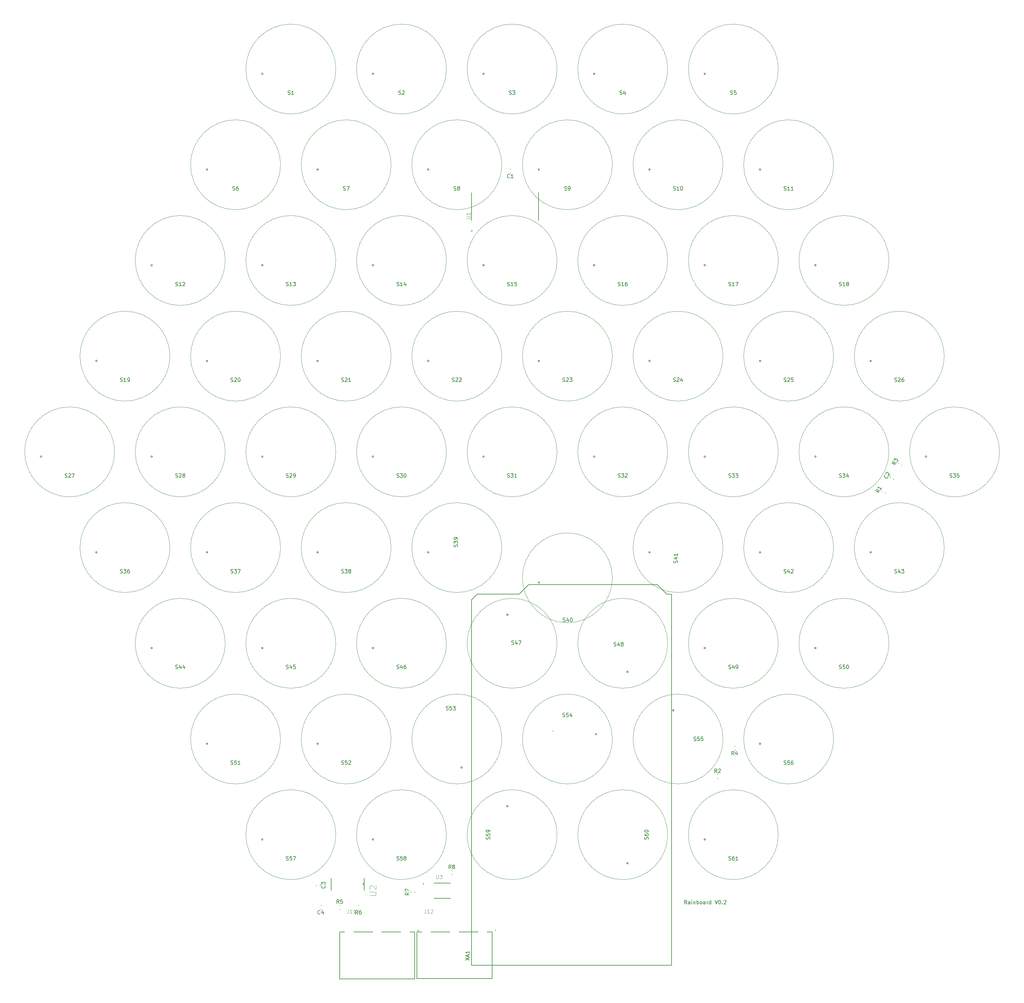
<source format=gbr>
G04 #@! TF.GenerationSoftware,KiCad,Pcbnew,(5.1.5-0-10_14)*
G04 #@! TF.CreationDate,2020-09-17T07:49:02-04:00*
G04 #@! TF.ProjectId,rainboard_newfighter,7261696e-626f-4617-9264-5f6e65776669,rev?*
G04 #@! TF.SameCoordinates,Original*
G04 #@! TF.FileFunction,Legend,Top*
G04 #@! TF.FilePolarity,Positive*
%FSLAX46Y46*%
G04 Gerber Fmt 4.6, Leading zero omitted, Abs format (unit mm)*
G04 Created by KiCad (PCBNEW (5.1.5-0-10_14)) date 2020-09-17 07:49:02*
%MOMM*%
%LPD*%
G04 APERTURE LIST*
%ADD10C,0.150000*%
%ADD11C,0.120000*%
%ADD12C,0.127000*%
%ADD13C,0.200000*%
%ADD14C,0.152400*%
%ADD15C,0.015000*%
G04 APERTURE END LIST*
D10*
X46547619Y-120695980D02*
X46214285Y-120219790D01*
X45976190Y-120695980D02*
X45976190Y-119695980D01*
X46357142Y-119695980D01*
X46452380Y-119743600D01*
X46500000Y-119791219D01*
X46547619Y-119886457D01*
X46547619Y-120029314D01*
X46500000Y-120124552D01*
X46452380Y-120172171D01*
X46357142Y-120219790D01*
X45976190Y-120219790D01*
X47404761Y-120695980D02*
X47404761Y-120172171D01*
X47357142Y-120076933D01*
X47261904Y-120029314D01*
X47071428Y-120029314D01*
X46976190Y-120076933D01*
X47404761Y-120648361D02*
X47309523Y-120695980D01*
X47071428Y-120695980D01*
X46976190Y-120648361D01*
X46928571Y-120553123D01*
X46928571Y-120457885D01*
X46976190Y-120362647D01*
X47071428Y-120315028D01*
X47309523Y-120315028D01*
X47404761Y-120267409D01*
X47880952Y-120695980D02*
X47880952Y-120029314D01*
X47880952Y-119695980D02*
X47833333Y-119743600D01*
X47880952Y-119791219D01*
X47928571Y-119743600D01*
X47880952Y-119695980D01*
X47880952Y-119791219D01*
X48357142Y-120029314D02*
X48357142Y-120695980D01*
X48357142Y-120124552D02*
X48404761Y-120076933D01*
X48500000Y-120029314D01*
X48642857Y-120029314D01*
X48738095Y-120076933D01*
X48785714Y-120172171D01*
X48785714Y-120695980D01*
X49261904Y-120695980D02*
X49261904Y-119695980D01*
X49261904Y-120076933D02*
X49357142Y-120029314D01*
X49547619Y-120029314D01*
X49642857Y-120076933D01*
X49690476Y-120124552D01*
X49738095Y-120219790D01*
X49738095Y-120505504D01*
X49690476Y-120600742D01*
X49642857Y-120648361D01*
X49547619Y-120695980D01*
X49357142Y-120695980D01*
X49261904Y-120648361D01*
X50309523Y-120695980D02*
X50214285Y-120648361D01*
X50166666Y-120600742D01*
X50119047Y-120505504D01*
X50119047Y-120219790D01*
X50166666Y-120124552D01*
X50214285Y-120076933D01*
X50309523Y-120029314D01*
X50452380Y-120029314D01*
X50547619Y-120076933D01*
X50595238Y-120124552D01*
X50642857Y-120219790D01*
X50642857Y-120505504D01*
X50595238Y-120600742D01*
X50547619Y-120648361D01*
X50452380Y-120695980D01*
X50309523Y-120695980D01*
X51500000Y-120695980D02*
X51500000Y-120172171D01*
X51452380Y-120076933D01*
X51357142Y-120029314D01*
X51166666Y-120029314D01*
X51071428Y-120076933D01*
X51500000Y-120648361D02*
X51404761Y-120695980D01*
X51166666Y-120695980D01*
X51071428Y-120648361D01*
X51023809Y-120553123D01*
X51023809Y-120457885D01*
X51071428Y-120362647D01*
X51166666Y-120315028D01*
X51404761Y-120315028D01*
X51500000Y-120267409D01*
X51976190Y-120695980D02*
X51976190Y-120029314D01*
X51976190Y-120219790D02*
X52023809Y-120124552D01*
X52071428Y-120076933D01*
X52166666Y-120029314D01*
X52261904Y-120029314D01*
X53023809Y-120695980D02*
X53023809Y-119695980D01*
X53023809Y-120648361D02*
X52928571Y-120695980D01*
X52738095Y-120695980D01*
X52642857Y-120648361D01*
X52595238Y-120600742D01*
X52547619Y-120505504D01*
X52547619Y-120219790D01*
X52595238Y-120124552D01*
X52642857Y-120076933D01*
X52738095Y-120029314D01*
X52928571Y-120029314D01*
X53023809Y-120076933D01*
X54119047Y-119695980D02*
X54452380Y-120695980D01*
X54785714Y-119695980D01*
X55309523Y-119695980D02*
X55404761Y-119695980D01*
X55500000Y-119743600D01*
X55547619Y-119791219D01*
X55595238Y-119886457D01*
X55642857Y-120076933D01*
X55642857Y-120315028D01*
X55595238Y-120505504D01*
X55547619Y-120600742D01*
X55500000Y-120648361D01*
X55404761Y-120695980D01*
X55309523Y-120695980D01*
X55214285Y-120648361D01*
X55166666Y-120600742D01*
X55119047Y-120505504D01*
X55071428Y-120315028D01*
X55071428Y-120076933D01*
X55119047Y-119886457D01*
X55166666Y-119791219D01*
X55214285Y-119743600D01*
X55309523Y-119695980D01*
X56071428Y-120600742D02*
X56119047Y-120648361D01*
X56071428Y-120695980D01*
X56023809Y-120648361D01*
X56071428Y-120600742D01*
X56071428Y-120695980D01*
X56500000Y-119791219D02*
X56547619Y-119743600D01*
X56642857Y-119695980D01*
X56880952Y-119695980D01*
X56976190Y-119743600D01*
X57023809Y-119791219D01*
X57071428Y-119886457D01*
X57071428Y-119981695D01*
X57023809Y-120124552D01*
X56452380Y-120695980D01*
X57071428Y-120695980D01*
D11*
X-16266379Y-112727200D02*
X-15940821Y-112727200D01*
X-16266379Y-111707200D02*
X-15940821Y-111707200D01*
D12*
X-5341600Y-128117600D02*
X-6641600Y-128117600D01*
X-14141600Y-128117600D02*
X-9041600Y-128117600D01*
X-21641600Y-128117600D02*
X-16541600Y-128117600D01*
X-25341600Y-128117600D02*
X-24041600Y-128117600D01*
D13*
X-4341600Y-127717600D02*
G75*
G03X-4341600Y-127717600I-100000J0D01*
G01*
D12*
X-5341600Y-140617600D02*
X-5341600Y-128117600D01*
X-25341600Y-140617600D02*
X-5341600Y-140617600D01*
X-25341600Y-128117600D02*
X-25341600Y-140617600D01*
X-25966400Y-128168400D02*
X-27266400Y-128168400D01*
X-34766400Y-128168400D02*
X-29666400Y-128168400D01*
X-42266400Y-128168400D02*
X-37166400Y-128168400D01*
X-45966400Y-128168400D02*
X-44666400Y-128168400D01*
D13*
X-24966400Y-127768400D02*
G75*
G03X-24966400Y-127768400I-100000J0D01*
G01*
D12*
X-25966400Y-140668400D02*
X-25966400Y-128168400D01*
X-45966400Y-140668400D02*
X-25966400Y-140668400D01*
X-45966400Y-128168400D02*
X-45966400Y-140668400D01*
X-20843600Y-119194800D02*
X-16443600Y-119194800D01*
X-20843600Y-115094800D02*
X-16443600Y-115094800D01*
D13*
X-23513600Y-115284800D02*
G75*
G03X-23513600Y-115284800I-100000J0D01*
G01*
D11*
X-25990000Y-117662779D02*
X-25990000Y-117337221D01*
X-27010000Y-117662779D02*
X-27010000Y-117337221D01*
D12*
X7070400Y61731200D02*
X7070400Y69231200D01*
X-10829600Y61731200D02*
X-10829600Y69231200D01*
D13*
X-10634600Y58976200D02*
G75*
G03X-10634600Y58976200I-100000J0D01*
G01*
D11*
X-50837221Y-120990000D02*
X-51162779Y-120990000D01*
X-50837221Y-122010000D02*
X-51162779Y-122010000D01*
D14*
X-39471600Y-115671600D02*
G75*
G02X-39471600Y-115062000I0J304800D01*
G01*
X-39471600Y-115062000D02*
X-39471600Y-113766600D01*
X-39471600Y-115671600D02*
X-39471600Y-115062000D01*
X-39471600Y-116967000D02*
X-39471600Y-115671600D01*
X-48209200Y-113766600D02*
X-48209200Y-116967000D01*
D11*
X-52224400Y-115508821D02*
X-52224400Y-115834379D01*
X-51204400Y-115508821D02*
X-51204400Y-115834379D01*
X-40837221Y-120990000D02*
X-41162779Y-120990000D01*
X-40837221Y-122010000D02*
X-41162779Y-122010000D01*
X-46162779Y-122010000D02*
X-45837221Y-122010000D01*
X-46162779Y-120990000D02*
X-45837221Y-120990000D01*
X59497179Y-78534800D02*
X59171621Y-78534800D01*
X59497179Y-79554800D02*
X59171621Y-79554800D01*
X103754033Y-3713976D02*
X103916812Y-3432034D01*
X102870688Y-3203976D02*
X103033467Y-2922034D01*
X54599621Y-87124000D02*
X54925179Y-87124000D01*
X54599621Y-86104000D02*
X54925179Y-86104000D01*
X99360283Y-11146771D02*
X99523062Y-10864829D01*
X98476938Y-10636771D02*
X98639717Y-10354829D01*
X101588683Y-7387571D02*
X101751462Y-7105629D01*
X100705338Y-6877571D02*
X100868117Y-6595629D01*
X-337221Y75510000D02*
X-662779Y75510000D01*
X-337221Y74490000D02*
X-662779Y74490000D01*
D13*
X30966825Y-58710000D02*
G75*
G03X30966825Y-58710000I-200000J0D01*
G01*
D11*
X41496825Y-51090000D02*
G75*
G03X41496825Y-51090000I-12000000J0D01*
G01*
D13*
X30966825Y-109800000D02*
G75*
G03X30966825Y-109800000I-200000J0D01*
G01*
D11*
X41496825Y-102180000D02*
G75*
G03X41496825Y-102180000I-12000000J0D01*
G01*
D13*
X-1070000Y-94560000D02*
G75*
G03X-1070000Y-94560000I-200000J0D01*
G01*
D11*
X12000000Y-102180000D02*
G75*
G03X12000000Y-102180000I-12000000J0D01*
G01*
D13*
X-13278412Y-84255000D02*
G75*
G03X-13278412Y-84255000I-200000J0D01*
G01*
D11*
X-2748412Y-76635000D02*
G75*
G03X-2748412Y-76635000I-12000000J0D01*
G01*
D13*
X43175237Y-69015000D02*
G75*
G03X43175237Y-69015000I-200000J0D01*
G01*
D11*
X56245237Y-76635000D02*
G75*
G03X56245237Y-76635000I-12000000J0D01*
G01*
D13*
X36825237Y-26815000D02*
G75*
G03X36825237Y-26815000I-200000J0D01*
G01*
D11*
X56245237Y-25545000D02*
G75*
G03X56245237Y-25545000I-12000000J0D01*
G01*
D13*
X-22168412Y-26815000D02*
G75*
G03X-22168412Y-26815000I-200000J0D01*
G01*
D11*
X-2748412Y-25545000D02*
G75*
G03X-2748412Y-25545000I-12000000J0D01*
G01*
D13*
X-1070000Y-43470000D02*
G75*
G03X-1070000Y-43470000I-200000J0D01*
G01*
D11*
X12000000Y-51090000D02*
G75*
G03X12000000Y-51090000I-12000000J0D01*
G01*
D13*
X7328412Y-34892200D02*
G75*
G03X7328412Y-34892200I-200000J0D01*
G01*
D11*
X26748412Y-33622200D02*
G75*
G03X26748412Y-33622200I-12000000J0D01*
G01*
D13*
X-66413650Y100910000D02*
G75*
G03X-66413650Y100910000I-200000J0D01*
G01*
D11*
X-46993650Y102180000D02*
G75*
G03X-46993650Y102180000I-12000000J0D01*
G01*
D13*
X-36916825Y100910000D02*
G75*
G03X-36916825Y100910000I-200000J0D01*
G01*
D11*
X-17496825Y102180000D02*
G75*
G03X-17496825Y102180000I-12000000J0D01*
G01*
D13*
X-7420000Y100910000D02*
G75*
G03X-7420000Y100910000I-200000J0D01*
G01*
D11*
X12000000Y102180000D02*
G75*
G03X12000000Y102180000I-12000000J0D01*
G01*
D13*
X22076825Y100910000D02*
G75*
G03X22076825Y100910000I-200000J0D01*
G01*
D11*
X41496825Y102180000D02*
G75*
G03X41496825Y102180000I-12000000J0D01*
G01*
D13*
X51573650Y100910000D02*
G75*
G03X51573650Y100910000I-200000J0D01*
G01*
D11*
X70993650Y102180000D02*
G75*
G03X70993650Y102180000I-12000000J0D01*
G01*
D13*
X-81162063Y75365000D02*
G75*
G03X-81162063Y75365000I-200000J0D01*
G01*
D11*
X-61742063Y76635000D02*
G75*
G03X-61742063Y76635000I-12000000J0D01*
G01*
D13*
X-51665237Y75365000D02*
G75*
G03X-51665237Y75365000I-200000J0D01*
G01*
D11*
X-32245237Y76635000D02*
G75*
G03X-32245237Y76635000I-12000000J0D01*
G01*
D13*
X-22168412Y75365000D02*
G75*
G03X-22168412Y75365000I-200000J0D01*
G01*
D11*
X-2748412Y76635000D02*
G75*
G03X-2748412Y76635000I-12000000J0D01*
G01*
D13*
X7328412Y75365000D02*
G75*
G03X7328412Y75365000I-200000J0D01*
G01*
D11*
X26748412Y76635000D02*
G75*
G03X26748412Y76635000I-12000000J0D01*
G01*
D13*
X36825237Y75365000D02*
G75*
G03X36825237Y75365000I-200000J0D01*
G01*
D11*
X56245237Y76635000D02*
G75*
G03X56245237Y76635000I-12000000J0D01*
G01*
D13*
X66322063Y75365000D02*
G75*
G03X66322063Y75365000I-200000J0D01*
G01*
D11*
X85742063Y76635000D02*
G75*
G03X85742063Y76635000I-12000000J0D01*
G01*
D13*
X-95910475Y49820000D02*
G75*
G03X-95910475Y49820000I-200000J0D01*
G01*
D11*
X-76490475Y51090000D02*
G75*
G03X-76490475Y51090000I-12000000J0D01*
G01*
D13*
X-66413650Y49820000D02*
G75*
G03X-66413650Y49820000I-200000J0D01*
G01*
D11*
X-46993650Y51090000D02*
G75*
G03X-46993650Y51090000I-12000000J0D01*
G01*
D13*
X-36916825Y49820000D02*
G75*
G03X-36916825Y49820000I-200000J0D01*
G01*
D11*
X-17496825Y51090000D02*
G75*
G03X-17496825Y51090000I-12000000J0D01*
G01*
D13*
X-7420000Y49820000D02*
G75*
G03X-7420000Y49820000I-200000J0D01*
G01*
D11*
X12000000Y51090000D02*
G75*
G03X12000000Y51090000I-12000000J0D01*
G01*
D13*
X22076825Y49820000D02*
G75*
G03X22076825Y49820000I-200000J0D01*
G01*
D11*
X41496825Y51090000D02*
G75*
G03X41496825Y51090000I-12000000J0D01*
G01*
D13*
X51573650Y49820000D02*
G75*
G03X51573650Y49820000I-200000J0D01*
G01*
D11*
X70993650Y51090000D02*
G75*
G03X70993650Y51090000I-12000000J0D01*
G01*
D13*
X81070475Y49820000D02*
G75*
G03X81070475Y49820000I-200000J0D01*
G01*
D11*
X100490475Y51090000D02*
G75*
G03X100490475Y51090000I-12000000J0D01*
G01*
D13*
X-110658888Y24275000D02*
G75*
G03X-110658888Y24275000I-200000J0D01*
G01*
D11*
X-91238888Y25545000D02*
G75*
G03X-91238888Y25545000I-12000000J0D01*
G01*
D13*
X-81162063Y24275000D02*
G75*
G03X-81162063Y24275000I-200000J0D01*
G01*
D11*
X-61742063Y25545000D02*
G75*
G03X-61742063Y25545000I-12000000J0D01*
G01*
D13*
X-51665237Y24275000D02*
G75*
G03X-51665237Y24275000I-200000J0D01*
G01*
D11*
X-32245237Y25545000D02*
G75*
G03X-32245237Y25545000I-12000000J0D01*
G01*
D13*
X-22168412Y24275000D02*
G75*
G03X-22168412Y24275000I-200000J0D01*
G01*
D11*
X-2748412Y25545000D02*
G75*
G03X-2748412Y25545000I-12000000J0D01*
G01*
D13*
X7328412Y24275000D02*
G75*
G03X7328412Y24275000I-200000J0D01*
G01*
D11*
X26748412Y25545000D02*
G75*
G03X26748412Y25545000I-12000000J0D01*
G01*
D13*
X36825237Y24275000D02*
G75*
G03X36825237Y24275000I-200000J0D01*
G01*
D11*
X56245237Y25545000D02*
G75*
G03X56245237Y25545000I-12000000J0D01*
G01*
D13*
X66322063Y24275000D02*
G75*
G03X66322063Y24275000I-200000J0D01*
G01*
D11*
X85742063Y25545000D02*
G75*
G03X85742063Y25545000I-12000000J0D01*
G01*
D13*
X95818888Y24275000D02*
G75*
G03X95818888Y24275000I-200000J0D01*
G01*
D11*
X115238888Y25545000D02*
G75*
G03X115238888Y25545000I-12000000J0D01*
G01*
D13*
X-125407301Y-1270000D02*
G75*
G03X-125407301Y-1270000I-200000J0D01*
G01*
D11*
X-105987301Y0D02*
G75*
G03X-105987301Y0I-12000000J0D01*
G01*
D13*
X-95910475Y-1270000D02*
G75*
G03X-95910475Y-1270000I-200000J0D01*
G01*
D11*
X-76490475Y0D02*
G75*
G03X-76490475Y0I-12000000J0D01*
G01*
D13*
X-66413650Y-1270000D02*
G75*
G03X-66413650Y-1270000I-200000J0D01*
G01*
D11*
X-46993650Y0D02*
G75*
G03X-46993650Y0I-12000000J0D01*
G01*
D13*
X-36916825Y-1270000D02*
G75*
G03X-36916825Y-1270000I-200000J0D01*
G01*
D11*
X-17496825Y0D02*
G75*
G03X-17496825Y0I-12000000J0D01*
G01*
D13*
X-7420000Y-1270000D02*
G75*
G03X-7420000Y-1270000I-200000J0D01*
G01*
D11*
X12000000Y0D02*
G75*
G03X12000000Y0I-12000000J0D01*
G01*
D13*
X22076825Y-1270000D02*
G75*
G03X22076825Y-1270000I-200000J0D01*
G01*
D11*
X41496825Y0D02*
G75*
G03X41496825Y0I-12000000J0D01*
G01*
D13*
X51573650Y-1270000D02*
G75*
G03X51573650Y-1270000I-200000J0D01*
G01*
D11*
X70993650Y0D02*
G75*
G03X70993650Y0I-12000000J0D01*
G01*
D13*
X81070475Y-1270000D02*
G75*
G03X81070475Y-1270000I-200000J0D01*
G01*
D11*
X100490475Y0D02*
G75*
G03X100490475Y0I-12000000J0D01*
G01*
D13*
X110567301Y-1270000D02*
G75*
G03X110567301Y-1270000I-200000J0D01*
G01*
D11*
X129987301Y0D02*
G75*
G03X129987301Y0I-12000000J0D01*
G01*
D13*
X-110658888Y-26815000D02*
G75*
G03X-110658888Y-26815000I-200000J0D01*
G01*
D11*
X-91238888Y-25545000D02*
G75*
G03X-91238888Y-25545000I-12000000J0D01*
G01*
D13*
X-81162063Y-26815000D02*
G75*
G03X-81162063Y-26815000I-200000J0D01*
G01*
D11*
X-61742063Y-25545000D02*
G75*
G03X-61742063Y-25545000I-12000000J0D01*
G01*
D13*
X-51665237Y-26815000D02*
G75*
G03X-51665237Y-26815000I-200000J0D01*
G01*
D11*
X-32245237Y-25545000D02*
G75*
G03X-32245237Y-25545000I-12000000J0D01*
G01*
D13*
X66322063Y-26815000D02*
G75*
G03X66322063Y-26815000I-200000J0D01*
G01*
D11*
X85742063Y-25545000D02*
G75*
G03X85742063Y-25545000I-12000000J0D01*
G01*
D13*
X95818888Y-26815000D02*
G75*
G03X95818888Y-26815000I-200000J0D01*
G01*
D11*
X115238888Y-25545000D02*
G75*
G03X115238888Y-25545000I-12000000J0D01*
G01*
D13*
X-95910475Y-52360000D02*
G75*
G03X-95910475Y-52360000I-200000J0D01*
G01*
D11*
X-76490475Y-51090000D02*
G75*
G03X-76490475Y-51090000I-12000000J0D01*
G01*
D13*
X-66413650Y-52360000D02*
G75*
G03X-66413650Y-52360000I-200000J0D01*
G01*
D11*
X-46993650Y-51090000D02*
G75*
G03X-46993650Y-51090000I-12000000J0D01*
G01*
D13*
X-36916825Y-52360000D02*
G75*
G03X-36916825Y-52360000I-200000J0D01*
G01*
D11*
X-17496825Y-51090000D02*
G75*
G03X-17496825Y-51090000I-12000000J0D01*
G01*
D13*
X51573650Y-52360000D02*
G75*
G03X51573650Y-52360000I-200000J0D01*
G01*
D11*
X70993650Y-51090000D02*
G75*
G03X70993650Y-51090000I-12000000J0D01*
G01*
D13*
X81070475Y-52360000D02*
G75*
G03X81070475Y-52360000I-200000J0D01*
G01*
D11*
X100490475Y-51090000D02*
G75*
G03X100490475Y-51090000I-12000000J0D01*
G01*
D13*
X-81162063Y-77905000D02*
G75*
G03X-81162063Y-77905000I-200000J0D01*
G01*
D11*
X-61742063Y-76635000D02*
G75*
G03X-61742063Y-76635000I-12000000J0D01*
G01*
D13*
X-51665237Y-77905000D02*
G75*
G03X-51665237Y-77905000I-200000J0D01*
G01*
D11*
X-32245237Y-76635000D02*
G75*
G03X-32245237Y-76635000I-12000000J0D01*
G01*
D13*
X22568412Y-75365000D02*
G75*
G03X22568412Y-75365000I-200000J0D01*
G01*
D11*
X26748412Y-76635000D02*
G75*
G03X26748412Y-76635000I-12000000J0D01*
G01*
D13*
X66322063Y-77905000D02*
G75*
G03X66322063Y-77905000I-200000J0D01*
G01*
D11*
X85742063Y-76635000D02*
G75*
G03X85742063Y-76635000I-12000000J0D01*
G01*
D13*
X-66413650Y-103450000D02*
G75*
G03X-66413650Y-103450000I-200000J0D01*
G01*
D11*
X-46993650Y-102180000D02*
G75*
G03X-46993650Y-102180000I-12000000J0D01*
G01*
D13*
X-36916825Y-103450000D02*
G75*
G03X-36916825Y-103450000I-200000J0D01*
G01*
D11*
X-17496825Y-102180000D02*
G75*
G03X-17496825Y-102180000I-12000000J0D01*
G01*
D13*
X51573650Y-103450000D02*
G75*
G03X51573650Y-103450000I-200000J0D01*
G01*
D11*
X70993650Y-102180000D02*
G75*
G03X70993650Y-102180000I-12000000J0D01*
G01*
D10*
X-10840000Y-137000000D02*
X-10840000Y-39464000D01*
X42500000Y-137000000D02*
X42500000Y-37940000D01*
X-10840000Y-39464000D02*
X-9316000Y-37940000D01*
X42500000Y-37940000D02*
X41230000Y-37940000D01*
X41230000Y-37940000D02*
X38690000Y-35400000D01*
X38690000Y-35400000D02*
X4400000Y-35400000D01*
X4400000Y-35400000D02*
X1860000Y-37940000D01*
X1860000Y-37940000D02*
X-9316000Y-37940000D01*
X-10840000Y-137000000D02*
X42500000Y-137000000D01*
X-16270266Y-111239580D02*
X-16603600Y-110763390D01*
X-16841695Y-111239580D02*
X-16841695Y-110239580D01*
X-16460742Y-110239580D01*
X-16365504Y-110287200D01*
X-16317885Y-110334819D01*
X-16270266Y-110430057D01*
X-16270266Y-110572914D01*
X-16317885Y-110668152D01*
X-16365504Y-110715771D01*
X-16460742Y-110763390D01*
X-16841695Y-110763390D01*
X-15698838Y-110668152D02*
X-15794076Y-110620533D01*
X-15841695Y-110572914D01*
X-15889314Y-110477676D01*
X-15889314Y-110430057D01*
X-15841695Y-110334819D01*
X-15794076Y-110287200D01*
X-15698838Y-110239580D01*
X-15508361Y-110239580D01*
X-15413123Y-110287200D01*
X-15365504Y-110334819D01*
X-15317885Y-110430057D01*
X-15317885Y-110477676D01*
X-15365504Y-110572914D01*
X-15413123Y-110620533D01*
X-15508361Y-110668152D01*
X-15698838Y-110668152D01*
X-15794076Y-110715771D01*
X-15841695Y-110763390D01*
X-15889314Y-110858628D01*
X-15889314Y-111049104D01*
X-15841695Y-111144342D01*
X-15794076Y-111191961D01*
X-15698838Y-111239580D01*
X-15508361Y-111239580D01*
X-15413123Y-111191961D01*
X-15365504Y-111144342D01*
X-15317885Y-111049104D01*
X-15317885Y-110858628D01*
X-15365504Y-110763390D01*
X-15413123Y-110715771D01*
X-15508361Y-110668152D01*
D15*
X-23081566Y-122130792D02*
X-23081566Y-122845578D01*
X-23129218Y-122988535D01*
X-23224523Y-123083840D01*
X-23367480Y-123131493D01*
X-23462785Y-123131493D01*
X-22080865Y-123131493D02*
X-22652694Y-123131493D01*
X-22366779Y-123131493D02*
X-22366779Y-122130792D01*
X-22462084Y-122273749D01*
X-22557389Y-122369054D01*
X-22652694Y-122416706D01*
X-21699645Y-122226096D02*
X-21651993Y-122178444D01*
X-21556688Y-122130792D01*
X-21318426Y-122130792D01*
X-21223121Y-122178444D01*
X-21175469Y-122226096D01*
X-21127816Y-122321401D01*
X-21127816Y-122416706D01*
X-21175469Y-122559663D01*
X-21747298Y-123131493D01*
X-21127816Y-123131493D01*
X-43706366Y-122181592D02*
X-43706366Y-122896378D01*
X-43754018Y-123039335D01*
X-43849323Y-123134640D01*
X-43992280Y-123182293D01*
X-44087585Y-123182293D01*
X-42705665Y-123182293D02*
X-43277494Y-123182293D01*
X-42991579Y-123182293D02*
X-42991579Y-122181592D01*
X-43086884Y-122324549D01*
X-43182189Y-122419854D01*
X-43277494Y-122467506D01*
X-41752616Y-123182293D02*
X-42324445Y-123182293D01*
X-42038531Y-123182293D02*
X-42038531Y-122181592D01*
X-42133836Y-122324549D01*
X-42229141Y-122419854D01*
X-42324445Y-122467506D01*
X-20229144Y-112954961D02*
X-20229144Y-113766716D01*
X-20181394Y-113862217D01*
X-20133644Y-113909967D01*
X-20038143Y-113957717D01*
X-19847142Y-113957717D01*
X-19751641Y-113909967D01*
X-19703891Y-113862217D01*
X-19656141Y-113766716D01*
X-19656141Y-112954961D01*
X-19274138Y-112954961D02*
X-18653385Y-112954961D01*
X-18987637Y-113336964D01*
X-18844386Y-113336964D01*
X-18748885Y-113384714D01*
X-18701135Y-113432464D01*
X-18653385Y-113527965D01*
X-18653385Y-113766716D01*
X-18701135Y-113862217D01*
X-18748885Y-113909967D01*
X-18844386Y-113957717D01*
X-19130888Y-113957717D01*
X-19226388Y-113909967D01*
X-19274138Y-113862217D01*
D10*
X-27477619Y-117666666D02*
X-27953809Y-118000000D01*
X-27477619Y-118238095D02*
X-28477619Y-118238095D01*
X-28477619Y-117857142D01*
X-28430000Y-117761904D01*
X-28382380Y-117714285D01*
X-28287142Y-117666666D01*
X-28144285Y-117666666D01*
X-28049047Y-117714285D01*
X-28001428Y-117761904D01*
X-27953809Y-117857142D01*
X-27953809Y-118238095D01*
X-28477619Y-117333333D02*
X-28477619Y-116666666D01*
X-27477619Y-117095238D01*
D15*
X-12189219Y62244295D02*
X-11379695Y62244295D01*
X-11284457Y62291914D01*
X-11236838Y62339533D01*
X-11189219Y62434771D01*
X-11189219Y62625247D01*
X-11236838Y62720485D01*
X-11284457Y62768104D01*
X-11379695Y62815723D01*
X-12189219Y62815723D01*
X-11189219Y63815723D02*
X-11189219Y63244295D01*
X-11189219Y63530009D02*
X-12189219Y63530009D01*
X-12046361Y63434771D01*
X-11951123Y63339533D01*
X-11903504Y63244295D01*
D10*
X-51166666Y-123287142D02*
X-51214285Y-123334761D01*
X-51357142Y-123382380D01*
X-51452380Y-123382380D01*
X-51595238Y-123334761D01*
X-51690476Y-123239523D01*
X-51738095Y-123144285D01*
X-51785714Y-122953809D01*
X-51785714Y-122810952D01*
X-51738095Y-122620476D01*
X-51690476Y-122525238D01*
X-51595238Y-122430000D01*
X-51452380Y-122382380D01*
X-51357142Y-122382380D01*
X-51214285Y-122430000D01*
X-51166666Y-122477619D01*
X-50309523Y-122715714D02*
X-50309523Y-123382380D01*
X-50547619Y-122334761D02*
X-50785714Y-123049047D01*
X-50166666Y-123049047D01*
D15*
X-37977328Y-118371384D02*
X-36648625Y-118371384D01*
X-36492307Y-118293225D01*
X-36414148Y-118215066D01*
X-36335989Y-118058748D01*
X-36335989Y-117746112D01*
X-36414148Y-117589794D01*
X-36492307Y-117511635D01*
X-36648625Y-117433476D01*
X-37977328Y-117433476D01*
X-37821010Y-116730045D02*
X-37899169Y-116651886D01*
X-37977328Y-116495568D01*
X-37977328Y-116104773D01*
X-37899169Y-115948455D01*
X-37821010Y-115870296D01*
X-37664692Y-115792137D01*
X-37508374Y-115792137D01*
X-37273897Y-115870296D01*
X-36335989Y-116808204D01*
X-36335989Y-115792137D01*
D10*
X-49927257Y-115838266D02*
X-49879638Y-115885885D01*
X-49832019Y-116028742D01*
X-49832019Y-116123980D01*
X-49879638Y-116266838D01*
X-49974876Y-116362076D01*
X-50070114Y-116409695D01*
X-50260590Y-116457314D01*
X-50403447Y-116457314D01*
X-50593923Y-116409695D01*
X-50689161Y-116362076D01*
X-50784400Y-116266838D01*
X-50832019Y-116123980D01*
X-50832019Y-116028742D01*
X-50784400Y-115885885D01*
X-50736780Y-115838266D01*
X-50832019Y-115504933D02*
X-50832019Y-114885885D01*
X-50451066Y-115219219D01*
X-50451066Y-115076361D01*
X-50403447Y-114981123D01*
X-50355828Y-114933504D01*
X-50260590Y-114885885D01*
X-50022495Y-114885885D01*
X-49927257Y-114933504D01*
X-49879638Y-114981123D01*
X-49832019Y-115076361D01*
X-49832019Y-115362076D01*
X-49879638Y-115457314D01*
X-49927257Y-115504933D01*
X-41166666Y-123382380D02*
X-41500000Y-122906190D01*
X-41738095Y-123382380D02*
X-41738095Y-122382380D01*
X-41357142Y-122382380D01*
X-41261904Y-122430000D01*
X-41214285Y-122477619D01*
X-41166666Y-122572857D01*
X-41166666Y-122715714D01*
X-41214285Y-122810952D01*
X-41261904Y-122858571D01*
X-41357142Y-122906190D01*
X-41738095Y-122906190D01*
X-40309523Y-122382380D02*
X-40500000Y-122382380D01*
X-40595238Y-122430000D01*
X-40642857Y-122477619D01*
X-40738095Y-122620476D01*
X-40785714Y-122810952D01*
X-40785714Y-123191904D01*
X-40738095Y-123287142D01*
X-40690476Y-123334761D01*
X-40595238Y-123382380D01*
X-40404761Y-123382380D01*
X-40309523Y-123334761D01*
X-40261904Y-123287142D01*
X-40214285Y-123191904D01*
X-40214285Y-122953809D01*
X-40261904Y-122858571D01*
X-40309523Y-122810952D01*
X-40404761Y-122763333D01*
X-40595238Y-122763333D01*
X-40690476Y-122810952D01*
X-40738095Y-122858571D01*
X-40785714Y-122953809D01*
X-46166666Y-120522380D02*
X-46500000Y-120046190D01*
X-46738095Y-120522380D02*
X-46738095Y-119522380D01*
X-46357142Y-119522380D01*
X-46261904Y-119570000D01*
X-46214285Y-119617619D01*
X-46166666Y-119712857D01*
X-46166666Y-119855714D01*
X-46214285Y-119950952D01*
X-46261904Y-119998571D01*
X-46357142Y-120046190D01*
X-46738095Y-120046190D01*
X-45261904Y-119522380D02*
X-45738095Y-119522380D01*
X-45785714Y-119998571D01*
X-45738095Y-119950952D01*
X-45642857Y-119903333D01*
X-45404761Y-119903333D01*
X-45309523Y-119950952D01*
X-45261904Y-119998571D01*
X-45214285Y-120093809D01*
X-45214285Y-120331904D01*
X-45261904Y-120427142D01*
X-45309523Y-120474761D01*
X-45404761Y-120522380D01*
X-45642857Y-120522380D01*
X-45738095Y-120474761D01*
X-45785714Y-120427142D01*
X59167733Y-80927180D02*
X58834400Y-80450990D01*
X58596304Y-80927180D02*
X58596304Y-79927180D01*
X58977257Y-79927180D01*
X59072495Y-79974800D01*
X59120114Y-80022419D01*
X59167733Y-80117657D01*
X59167733Y-80260514D01*
X59120114Y-80355752D01*
X59072495Y-80403371D01*
X58977257Y-80450990D01*
X58596304Y-80450990D01*
X60024876Y-80260514D02*
X60024876Y-80927180D01*
X59786780Y-79879561D02*
X59548685Y-80593847D01*
X60167733Y-80593847D01*
X102463774Y-2973533D02*
X101884714Y-3024112D01*
X102178059Y-3468404D02*
X101312034Y-2968404D01*
X101502510Y-2638490D01*
X101591368Y-2579821D01*
X101656417Y-2562391D01*
X101762705Y-2568771D01*
X101886423Y-2640199D01*
X101945092Y-2729058D01*
X101962522Y-2794106D01*
X101956142Y-2900395D01*
X101765666Y-3230309D01*
X101764415Y-2184857D02*
X102073939Y-1648746D01*
X102237186Y-2127898D01*
X102308615Y-2004180D01*
X102397473Y-1945511D01*
X102462522Y-1928081D01*
X102568810Y-1934461D01*
X102775007Y-2053508D01*
X102833676Y-2142367D01*
X102851106Y-2207416D01*
X102844726Y-2313704D01*
X102701869Y-2561139D01*
X102613010Y-2619809D01*
X102547962Y-2637238D01*
X54595733Y-85636380D02*
X54262400Y-85160190D01*
X54024304Y-85636380D02*
X54024304Y-84636380D01*
X54405257Y-84636380D01*
X54500495Y-84684000D01*
X54548114Y-84731619D01*
X54595733Y-84826857D01*
X54595733Y-84969714D01*
X54548114Y-85064952D01*
X54500495Y-85112571D01*
X54405257Y-85160190D01*
X54024304Y-85160190D01*
X54976685Y-84731619D02*
X55024304Y-84684000D01*
X55119542Y-84636380D01*
X55357638Y-84636380D01*
X55452876Y-84684000D01*
X55500495Y-84731619D01*
X55548114Y-84826857D01*
X55548114Y-84922095D01*
X55500495Y-85064952D01*
X54929066Y-85636380D01*
X55548114Y-85636380D01*
X98070024Y-10406328D02*
X97490964Y-10456907D01*
X97784309Y-10901199D02*
X96918284Y-10401199D01*
X97108760Y-10071285D01*
X97197618Y-10012616D01*
X97262667Y-9995186D01*
X97368955Y-10001566D01*
X97492673Y-10072994D01*
X97551342Y-10161853D01*
X97568772Y-10226901D01*
X97562392Y-10333190D01*
X97371916Y-10663104D01*
X98546214Y-9581541D02*
X98260500Y-10076413D01*
X98403357Y-9828977D02*
X97537331Y-9328977D01*
X97613430Y-9482884D01*
X97648290Y-9612982D01*
X97641910Y-9719270D01*
X100215945Y-6599508D02*
X100233375Y-6664557D01*
X100203185Y-6812085D01*
X100155566Y-6894563D01*
X100042899Y-6994472D01*
X99912801Y-7029331D01*
X99806513Y-7022952D01*
X99617746Y-6968953D01*
X99494028Y-6897524D01*
X99352880Y-6761047D01*
X99294211Y-6672188D01*
X99259352Y-6542091D01*
X99289541Y-6394563D01*
X99337160Y-6312085D01*
X99449828Y-6212176D01*
X99514877Y-6194747D01*
X99705353Y-5864832D02*
X99687923Y-5799783D01*
X99694303Y-5693495D01*
X99813351Y-5487299D01*
X99902209Y-5428630D01*
X99967258Y-5411200D01*
X100073546Y-5417580D01*
X100156024Y-5465199D01*
X100255933Y-5577866D01*
X100465090Y-6358452D01*
X100774614Y-5822341D01*
X-666666Y73212857D02*
X-714285Y73165238D01*
X-857142Y73117619D01*
X-952380Y73117619D01*
X-1095238Y73165238D01*
X-1190476Y73260476D01*
X-1238095Y73355714D01*
X-1285714Y73546190D01*
X-1285714Y73689047D01*
X-1238095Y73879523D01*
X-1190476Y73974761D01*
X-1095238Y74070000D01*
X-952380Y74117619D01*
X-857142Y74117619D01*
X-714285Y74070000D01*
X-666666Y74022380D01*
X285714Y73117619D02*
X-285714Y73117619D01*
X0Y73117619D02*
X0Y74117619D01*
X-95238Y73974761D01*
X-190476Y73879523D01*
X-285714Y73831904D01*
X27159104Y-51814361D02*
X27301961Y-51861980D01*
X27540057Y-51861980D01*
X27635295Y-51814361D01*
X27682914Y-51766742D01*
X27730533Y-51671504D01*
X27730533Y-51576266D01*
X27682914Y-51481028D01*
X27635295Y-51433409D01*
X27540057Y-51385790D01*
X27349580Y-51338171D01*
X27254342Y-51290552D01*
X27206723Y-51242933D01*
X27159104Y-51147695D01*
X27159104Y-51052457D01*
X27206723Y-50957219D01*
X27254342Y-50909600D01*
X27349580Y-50861980D01*
X27587676Y-50861980D01*
X27730533Y-50909600D01*
X28587676Y-51195314D02*
X28587676Y-51861980D01*
X28349580Y-50814361D02*
X28111485Y-51528647D01*
X28730533Y-51528647D01*
X29254342Y-51290552D02*
X29159104Y-51242933D01*
X29111485Y-51195314D01*
X29063866Y-51100076D01*
X29063866Y-51052457D01*
X29111485Y-50957219D01*
X29159104Y-50909600D01*
X29254342Y-50861980D01*
X29444819Y-50861980D01*
X29540057Y-50909600D01*
X29587676Y-50957219D01*
X29635295Y-51052457D01*
X29635295Y-51100076D01*
X29587676Y-51195314D01*
X29540057Y-51242933D01*
X29444819Y-51290552D01*
X29254342Y-51290552D01*
X29159104Y-51338171D01*
X29111485Y-51385790D01*
X29063866Y-51481028D01*
X29063866Y-51671504D01*
X29111485Y-51766742D01*
X29159104Y-51814361D01*
X29254342Y-51861980D01*
X29444819Y-51861980D01*
X29540057Y-51814361D01*
X29587676Y-51766742D01*
X29635295Y-51671504D01*
X29635295Y-51481028D01*
X29587676Y-51385790D01*
X29540057Y-51338171D01*
X29444819Y-51290552D01*
X36251586Y-103418095D02*
X36299205Y-103275238D01*
X36299205Y-103037142D01*
X36251586Y-102941904D01*
X36203967Y-102894285D01*
X36108729Y-102846666D01*
X36013491Y-102846666D01*
X35918253Y-102894285D01*
X35870634Y-102941904D01*
X35823015Y-103037142D01*
X35775396Y-103227619D01*
X35727777Y-103322857D01*
X35680158Y-103370476D01*
X35584920Y-103418095D01*
X35489682Y-103418095D01*
X35394444Y-103370476D01*
X35346825Y-103322857D01*
X35299205Y-103227619D01*
X35299205Y-102989523D01*
X35346825Y-102846666D01*
X35299205Y-101989523D02*
X35299205Y-102180000D01*
X35346825Y-102275238D01*
X35394444Y-102322857D01*
X35537301Y-102418095D01*
X35727777Y-102465714D01*
X36108729Y-102465714D01*
X36203967Y-102418095D01*
X36251586Y-102370476D01*
X36299205Y-102275238D01*
X36299205Y-102084761D01*
X36251586Y-101989523D01*
X36203967Y-101941904D01*
X36108729Y-101894285D01*
X35870634Y-101894285D01*
X35775396Y-101941904D01*
X35727777Y-101989523D01*
X35680158Y-102084761D01*
X35680158Y-102275238D01*
X35727777Y-102370476D01*
X35775396Y-102418095D01*
X35870634Y-102465714D01*
X35299205Y-101275238D02*
X35299205Y-101180000D01*
X35346825Y-101084761D01*
X35394444Y-101037142D01*
X35489682Y-100989523D01*
X35680158Y-100941904D01*
X35918253Y-100941904D01*
X36108729Y-100989523D01*
X36203967Y-101037142D01*
X36251586Y-101084761D01*
X36299205Y-101180000D01*
X36299205Y-101275238D01*
X36251586Y-101370476D01*
X36203967Y-101418095D01*
X36108729Y-101465714D01*
X35918253Y-101513333D01*
X35680158Y-101513333D01*
X35489682Y-101465714D01*
X35394444Y-101418095D01*
X35346825Y-101370476D01*
X35299205Y-101275238D01*
X-5945238Y-103418095D02*
X-5897619Y-103275238D01*
X-5897619Y-103037142D01*
X-5945238Y-102941904D01*
X-5992857Y-102894285D01*
X-6088095Y-102846666D01*
X-6183333Y-102846666D01*
X-6278571Y-102894285D01*
X-6326190Y-102941904D01*
X-6373809Y-103037142D01*
X-6421428Y-103227619D01*
X-6469047Y-103322857D01*
X-6516666Y-103370476D01*
X-6611904Y-103418095D01*
X-6707142Y-103418095D01*
X-6802380Y-103370476D01*
X-6850000Y-103322857D01*
X-6897619Y-103227619D01*
X-6897619Y-102989523D01*
X-6850000Y-102846666D01*
X-6897619Y-101941904D02*
X-6897619Y-102418095D01*
X-6421428Y-102465714D01*
X-6469047Y-102418095D01*
X-6516666Y-102322857D01*
X-6516666Y-102084761D01*
X-6469047Y-101989523D01*
X-6421428Y-101941904D01*
X-6326190Y-101894285D01*
X-6088095Y-101894285D01*
X-5992857Y-101941904D01*
X-5945238Y-101989523D01*
X-5897619Y-102084761D01*
X-5897619Y-102322857D01*
X-5945238Y-102418095D01*
X-5992857Y-102465714D01*
X-5897619Y-101418095D02*
X-5897619Y-101227619D01*
X-5945238Y-101132380D01*
X-5992857Y-101084761D01*
X-6135714Y-100989523D01*
X-6326190Y-100941904D01*
X-6707142Y-100941904D01*
X-6802380Y-100989523D01*
X-6850000Y-101037142D01*
X-6897619Y-101132380D01*
X-6897619Y-101322857D01*
X-6850000Y-101418095D01*
X-6802380Y-101465714D01*
X-6707142Y-101513333D01*
X-6469047Y-101513333D01*
X-6373809Y-101465714D01*
X-6326190Y-101418095D01*
X-6278571Y-101322857D01*
X-6278571Y-101132380D01*
X-6326190Y-101037142D01*
X-6373809Y-100989523D01*
X-6469047Y-100941904D01*
X-17595695Y-68883161D02*
X-17452838Y-68930780D01*
X-17214742Y-68930780D01*
X-17119504Y-68883161D01*
X-17071885Y-68835542D01*
X-17024266Y-68740304D01*
X-17024266Y-68645066D01*
X-17071885Y-68549828D01*
X-17119504Y-68502209D01*
X-17214742Y-68454590D01*
X-17405219Y-68406971D01*
X-17500457Y-68359352D01*
X-17548076Y-68311733D01*
X-17595695Y-68216495D01*
X-17595695Y-68121257D01*
X-17548076Y-68026019D01*
X-17500457Y-67978400D01*
X-17405219Y-67930780D01*
X-17167123Y-67930780D01*
X-17024266Y-67978400D01*
X-16119504Y-67930780D02*
X-16595695Y-67930780D01*
X-16643314Y-68406971D01*
X-16595695Y-68359352D01*
X-16500457Y-68311733D01*
X-16262361Y-68311733D01*
X-16167123Y-68359352D01*
X-16119504Y-68406971D01*
X-16071885Y-68502209D01*
X-16071885Y-68740304D01*
X-16119504Y-68835542D01*
X-16167123Y-68883161D01*
X-16262361Y-68930780D01*
X-16500457Y-68930780D01*
X-16595695Y-68883161D01*
X-16643314Y-68835542D01*
X-15738552Y-67930780D02*
X-15119504Y-67930780D01*
X-15452838Y-68311733D01*
X-15309980Y-68311733D01*
X-15214742Y-68359352D01*
X-15167123Y-68406971D01*
X-15119504Y-68502209D01*
X-15119504Y-68740304D01*
X-15167123Y-68835542D01*
X-15214742Y-68883161D01*
X-15309980Y-68930780D01*
X-15595695Y-68930780D01*
X-15690933Y-68883161D01*
X-15738552Y-68835542D01*
X48444304Y-77061961D02*
X48587161Y-77109580D01*
X48825257Y-77109580D01*
X48920495Y-77061961D01*
X48968114Y-77014342D01*
X49015733Y-76919104D01*
X49015733Y-76823866D01*
X48968114Y-76728628D01*
X48920495Y-76681009D01*
X48825257Y-76633390D01*
X48634780Y-76585771D01*
X48539542Y-76538152D01*
X48491923Y-76490533D01*
X48444304Y-76395295D01*
X48444304Y-76300057D01*
X48491923Y-76204819D01*
X48539542Y-76157200D01*
X48634780Y-76109580D01*
X48872876Y-76109580D01*
X49015733Y-76157200D01*
X49920495Y-76109580D02*
X49444304Y-76109580D01*
X49396685Y-76585771D01*
X49444304Y-76538152D01*
X49539542Y-76490533D01*
X49777638Y-76490533D01*
X49872876Y-76538152D01*
X49920495Y-76585771D01*
X49968114Y-76681009D01*
X49968114Y-76919104D01*
X49920495Y-77014342D01*
X49872876Y-77061961D01*
X49777638Y-77109580D01*
X49539542Y-77109580D01*
X49444304Y-77061961D01*
X49396685Y-77014342D01*
X50872876Y-76109580D02*
X50396685Y-76109580D01*
X50349066Y-76585771D01*
X50396685Y-76538152D01*
X50491923Y-76490533D01*
X50730019Y-76490533D01*
X50825257Y-76538152D01*
X50872876Y-76585771D01*
X50920495Y-76681009D01*
X50920495Y-76919104D01*
X50872876Y-77014342D01*
X50825257Y-77061961D01*
X50730019Y-77109580D01*
X50491923Y-77109580D01*
X50396685Y-77061961D01*
X50349066Y-77014342D01*
X44098598Y-29626332D02*
X44146217Y-29483475D01*
X44146217Y-29245379D01*
X44098598Y-29150141D01*
X44050979Y-29102522D01*
X43955741Y-29054903D01*
X43860503Y-29054903D01*
X43765265Y-29102522D01*
X43717646Y-29150141D01*
X43670027Y-29245379D01*
X43622408Y-29435856D01*
X43574789Y-29531094D01*
X43527170Y-29578713D01*
X43431932Y-29626332D01*
X43336694Y-29626332D01*
X43241456Y-29578713D01*
X43193837Y-29531094D01*
X43146217Y-29435856D01*
X43146217Y-29197760D01*
X43193837Y-29054903D01*
X43479551Y-28197760D02*
X44146217Y-28197760D01*
X43098598Y-28435856D02*
X43812884Y-28673951D01*
X43812884Y-28054903D01*
X44146217Y-27150141D02*
X44146217Y-27721570D01*
X44146217Y-27435856D02*
X43146217Y-27435856D01*
X43289075Y-27531094D01*
X43384313Y-27626332D01*
X43431932Y-27721570D01*
X-14554250Y-25326307D02*
X-14506631Y-25183450D01*
X-14506631Y-24945354D01*
X-14554250Y-24850116D01*
X-14601869Y-24802497D01*
X-14697107Y-24754878D01*
X-14792345Y-24754878D01*
X-14887583Y-24802497D01*
X-14935202Y-24850116D01*
X-14982821Y-24945354D01*
X-15030440Y-25135831D01*
X-15078059Y-25231069D01*
X-15125678Y-25278688D01*
X-15220916Y-25326307D01*
X-15316154Y-25326307D01*
X-15411392Y-25278688D01*
X-15459012Y-25231069D01*
X-15506631Y-25135831D01*
X-15506631Y-24897735D01*
X-15459012Y-24754878D01*
X-15506631Y-24421545D02*
X-15506631Y-23802497D01*
X-15125678Y-24135831D01*
X-15125678Y-23992973D01*
X-15078059Y-23897735D01*
X-15030440Y-23850116D01*
X-14935202Y-23802497D01*
X-14697107Y-23802497D01*
X-14601869Y-23850116D01*
X-14554250Y-23897735D01*
X-14506631Y-23992973D01*
X-14506631Y-24278688D01*
X-14554250Y-24373926D01*
X-14601869Y-24421545D01*
X-14506631Y-23326307D02*
X-14506631Y-23135831D01*
X-14554250Y-23040592D01*
X-14601869Y-22992973D01*
X-14744726Y-22897735D01*
X-14935202Y-22850116D01*
X-15316154Y-22850116D01*
X-15411392Y-22897735D01*
X-15459012Y-22945354D01*
X-15506631Y-23040592D01*
X-15506631Y-23231069D01*
X-15459012Y-23326307D01*
X-15411392Y-23373926D01*
X-15316154Y-23421545D01*
X-15078059Y-23421545D01*
X-14982821Y-23373926D01*
X-14935202Y-23326307D01*
X-14887583Y-23231069D01*
X-14887583Y-23040592D01*
X-14935202Y-22945354D01*
X-14982821Y-22897735D01*
X-15078059Y-22850116D01*
X-120495Y-51357161D02*
X22361Y-51404780D01*
X260457Y-51404780D01*
X355695Y-51357161D01*
X403314Y-51309542D01*
X450933Y-51214304D01*
X450933Y-51119066D01*
X403314Y-51023828D01*
X355695Y-50976209D01*
X260457Y-50928590D01*
X69980Y-50880971D01*
X-25257Y-50833352D01*
X-72876Y-50785733D01*
X-120495Y-50690495D01*
X-120495Y-50595257D01*
X-72876Y-50500019D01*
X-25257Y-50452400D01*
X69980Y-50404780D01*
X308076Y-50404780D01*
X450933Y-50452400D01*
X1308076Y-50738114D02*
X1308076Y-51404780D01*
X1069980Y-50357161D02*
X831885Y-51071447D01*
X1450933Y-51071447D01*
X1736647Y-50404780D02*
X2403314Y-50404780D01*
X1974742Y-51404780D01*
X13595504Y-45261161D02*
X13738361Y-45308780D01*
X13976457Y-45308780D01*
X14071695Y-45261161D01*
X14119314Y-45213542D01*
X14166933Y-45118304D01*
X14166933Y-45023066D01*
X14119314Y-44927828D01*
X14071695Y-44880209D01*
X13976457Y-44832590D01*
X13785980Y-44784971D01*
X13690742Y-44737352D01*
X13643123Y-44689733D01*
X13595504Y-44594495D01*
X13595504Y-44499257D01*
X13643123Y-44404019D01*
X13690742Y-44356400D01*
X13785980Y-44308780D01*
X14024076Y-44308780D01*
X14166933Y-44356400D01*
X15024076Y-44642114D02*
X15024076Y-45308780D01*
X14785980Y-44261161D02*
X14547885Y-44975447D01*
X15166933Y-44975447D01*
X15738361Y-44308780D02*
X15833600Y-44308780D01*
X15928838Y-44356400D01*
X15976457Y-44404019D01*
X16024076Y-44499257D01*
X16071695Y-44689733D01*
X16071695Y-44927828D01*
X16024076Y-45118304D01*
X15976457Y-45213542D01*
X15928838Y-45261161D01*
X15833600Y-45308780D01*
X15738361Y-45308780D01*
X15643123Y-45261161D01*
X15595504Y-45213542D01*
X15547885Y-45118304D01*
X15500266Y-44927828D01*
X15500266Y-44689733D01*
X15547885Y-44499257D01*
X15595504Y-44404019D01*
X15643123Y-44356400D01*
X15738361Y-44308780D01*
X-59755554Y95425238D02*
X-59612697Y95377619D01*
X-59374602Y95377619D01*
X-59279364Y95425238D01*
X-59231745Y95472857D01*
X-59184126Y95568095D01*
X-59184126Y95663333D01*
X-59231745Y95758571D01*
X-59279364Y95806190D01*
X-59374602Y95853809D01*
X-59565078Y95901428D01*
X-59660316Y95949047D01*
X-59707935Y95996666D01*
X-59755554Y96091904D01*
X-59755554Y96187142D01*
X-59707935Y96282380D01*
X-59660316Y96330000D01*
X-59565078Y96377619D01*
X-59326983Y96377619D01*
X-59184126Y96330000D01*
X-58231745Y95377619D02*
X-58803173Y95377619D01*
X-58517459Y95377619D02*
X-58517459Y96377619D01*
X-58612697Y96234761D01*
X-58707935Y96139523D01*
X-58803173Y96091904D01*
X-30258729Y95425238D02*
X-30115872Y95377619D01*
X-29877777Y95377619D01*
X-29782539Y95425238D01*
X-29734920Y95472857D01*
X-29687301Y95568095D01*
X-29687301Y95663333D01*
X-29734920Y95758571D01*
X-29782539Y95806190D01*
X-29877777Y95853809D01*
X-30068253Y95901428D01*
X-30163491Y95949047D01*
X-30211110Y95996666D01*
X-30258729Y96091904D01*
X-30258729Y96187142D01*
X-30211110Y96282380D01*
X-30163491Y96330000D01*
X-30068253Y96377619D01*
X-29830158Y96377619D01*
X-29687301Y96330000D01*
X-29306348Y96282380D02*
X-29258729Y96330000D01*
X-29163491Y96377619D01*
X-28925396Y96377619D01*
X-28830158Y96330000D01*
X-28782539Y96282380D01*
X-28734920Y96187142D01*
X-28734920Y96091904D01*
X-28782539Y95949047D01*
X-29353967Y95377619D01*
X-28734920Y95377619D01*
X-761904Y95425238D02*
X-619047Y95377619D01*
X-380952Y95377619D01*
X-285714Y95425238D01*
X-238095Y95472857D01*
X-190476Y95568095D01*
X-190476Y95663333D01*
X-238095Y95758571D01*
X-285714Y95806190D01*
X-380952Y95853809D01*
X-571428Y95901428D01*
X-666666Y95949047D01*
X-714285Y95996666D01*
X-761904Y96091904D01*
X-761904Y96187142D01*
X-714285Y96282380D01*
X-666666Y96330000D01*
X-571428Y96377619D01*
X-333333Y96377619D01*
X-190476Y96330000D01*
X142857Y96377619D02*
X761904Y96377619D01*
X428571Y95996666D01*
X571428Y95996666D01*
X666666Y95949047D01*
X714285Y95901428D01*
X761904Y95806190D01*
X761904Y95568095D01*
X714285Y95472857D01*
X666666Y95425238D01*
X571428Y95377619D01*
X285714Y95377619D01*
X190476Y95425238D01*
X142857Y95472857D01*
X28734920Y95425238D02*
X28877777Y95377619D01*
X29115872Y95377619D01*
X29211110Y95425238D01*
X29258729Y95472857D01*
X29306348Y95568095D01*
X29306348Y95663333D01*
X29258729Y95758571D01*
X29211110Y95806190D01*
X29115872Y95853809D01*
X28925396Y95901428D01*
X28830158Y95949047D01*
X28782539Y95996666D01*
X28734920Y96091904D01*
X28734920Y96187142D01*
X28782539Y96282380D01*
X28830158Y96330000D01*
X28925396Y96377619D01*
X29163491Y96377619D01*
X29306348Y96330000D01*
X30163491Y96044285D02*
X30163491Y95377619D01*
X29925396Y96425238D02*
X29687301Y95710952D01*
X30306348Y95710952D01*
X58231745Y95425238D02*
X58374602Y95377619D01*
X58612697Y95377619D01*
X58707935Y95425238D01*
X58755554Y95472857D01*
X58803173Y95568095D01*
X58803173Y95663333D01*
X58755554Y95758571D01*
X58707935Y95806190D01*
X58612697Y95853809D01*
X58422221Y95901428D01*
X58326983Y95949047D01*
X58279364Y95996666D01*
X58231745Y96091904D01*
X58231745Y96187142D01*
X58279364Y96282380D01*
X58326983Y96330000D01*
X58422221Y96377619D01*
X58660316Y96377619D01*
X58803173Y96330000D01*
X59707935Y96377619D02*
X59231745Y96377619D01*
X59184126Y95901428D01*
X59231745Y95949047D01*
X59326983Y95996666D01*
X59565078Y95996666D01*
X59660316Y95949047D01*
X59707935Y95901428D01*
X59755554Y95806190D01*
X59755554Y95568095D01*
X59707935Y95472857D01*
X59660316Y95425238D01*
X59565078Y95377619D01*
X59326983Y95377619D01*
X59231745Y95425238D01*
X59184126Y95472857D01*
X-74503967Y69880238D02*
X-74361110Y69832619D01*
X-74123015Y69832619D01*
X-74027777Y69880238D01*
X-73980158Y69927857D01*
X-73932539Y70023095D01*
X-73932539Y70118333D01*
X-73980158Y70213571D01*
X-74027777Y70261190D01*
X-74123015Y70308809D01*
X-74313491Y70356428D01*
X-74408729Y70404047D01*
X-74456348Y70451666D01*
X-74503967Y70546904D01*
X-74503967Y70642142D01*
X-74456348Y70737380D01*
X-74408729Y70785000D01*
X-74313491Y70832619D01*
X-74075396Y70832619D01*
X-73932539Y70785000D01*
X-73075396Y70832619D02*
X-73265872Y70832619D01*
X-73361110Y70785000D01*
X-73408729Y70737380D01*
X-73503967Y70594523D01*
X-73551586Y70404047D01*
X-73551586Y70023095D01*
X-73503967Y69927857D01*
X-73456348Y69880238D01*
X-73361110Y69832619D01*
X-73170634Y69832619D01*
X-73075396Y69880238D01*
X-73027777Y69927857D01*
X-72980158Y70023095D01*
X-72980158Y70261190D01*
X-73027777Y70356428D01*
X-73075396Y70404047D01*
X-73170634Y70451666D01*
X-73361110Y70451666D01*
X-73456348Y70404047D01*
X-73503967Y70356428D01*
X-73551586Y70261190D01*
X-45007141Y69880238D02*
X-44864284Y69832619D01*
X-44626189Y69832619D01*
X-44530951Y69880238D01*
X-44483332Y69927857D01*
X-44435713Y70023095D01*
X-44435713Y70118333D01*
X-44483332Y70213571D01*
X-44530951Y70261190D01*
X-44626189Y70308809D01*
X-44816665Y70356428D01*
X-44911903Y70404047D01*
X-44959522Y70451666D01*
X-45007141Y70546904D01*
X-45007141Y70642142D01*
X-44959522Y70737380D01*
X-44911903Y70785000D01*
X-44816665Y70832619D01*
X-44578570Y70832619D01*
X-44435713Y70785000D01*
X-44102379Y70832619D02*
X-43435713Y70832619D01*
X-43864284Y69832619D01*
X-15510316Y69880238D02*
X-15367459Y69832619D01*
X-15129364Y69832619D01*
X-15034126Y69880238D01*
X-14986507Y69927857D01*
X-14938888Y70023095D01*
X-14938888Y70118333D01*
X-14986507Y70213571D01*
X-15034126Y70261190D01*
X-15129364Y70308809D01*
X-15319840Y70356428D01*
X-15415078Y70404047D01*
X-15462697Y70451666D01*
X-15510316Y70546904D01*
X-15510316Y70642142D01*
X-15462697Y70737380D01*
X-15415078Y70785000D01*
X-15319840Y70832619D01*
X-15081745Y70832619D01*
X-14938888Y70785000D01*
X-14367459Y70404047D02*
X-14462697Y70451666D01*
X-14510316Y70499285D01*
X-14557935Y70594523D01*
X-14557935Y70642142D01*
X-14510316Y70737380D01*
X-14462697Y70785000D01*
X-14367459Y70832619D01*
X-14176983Y70832619D01*
X-14081745Y70785000D01*
X-14034126Y70737380D01*
X-13986507Y70642142D01*
X-13986507Y70594523D01*
X-14034126Y70499285D01*
X-14081745Y70451666D01*
X-14176983Y70404047D01*
X-14367459Y70404047D01*
X-14462697Y70356428D01*
X-14510316Y70308809D01*
X-14557935Y70213571D01*
X-14557935Y70023095D01*
X-14510316Y69927857D01*
X-14462697Y69880238D01*
X-14367459Y69832619D01*
X-14176983Y69832619D01*
X-14081745Y69880238D01*
X-14034126Y69927857D01*
X-13986507Y70023095D01*
X-13986507Y70213571D01*
X-14034126Y70308809D01*
X-14081745Y70356428D01*
X-14176983Y70404047D01*
X13986507Y69880238D02*
X14129364Y69832619D01*
X14367459Y69832619D01*
X14462697Y69880238D01*
X14510316Y69927857D01*
X14557935Y70023095D01*
X14557935Y70118333D01*
X14510316Y70213571D01*
X14462697Y70261190D01*
X14367459Y70308809D01*
X14176983Y70356428D01*
X14081745Y70404047D01*
X14034126Y70451666D01*
X13986507Y70546904D01*
X13986507Y70642142D01*
X14034126Y70737380D01*
X14081745Y70785000D01*
X14176983Y70832619D01*
X14415078Y70832619D01*
X14557935Y70785000D01*
X15034126Y69832619D02*
X15224602Y69832619D01*
X15319840Y69880238D01*
X15367459Y69927857D01*
X15462697Y70070714D01*
X15510316Y70261190D01*
X15510316Y70642142D01*
X15462697Y70737380D01*
X15415078Y70785000D01*
X15319840Y70832619D01*
X15129364Y70832619D01*
X15034126Y70785000D01*
X14986507Y70737380D01*
X14938888Y70642142D01*
X14938888Y70404047D01*
X14986507Y70308809D01*
X15034126Y70261190D01*
X15129364Y70213571D01*
X15319840Y70213571D01*
X15415078Y70261190D01*
X15462697Y70308809D01*
X15510316Y70404047D01*
X43007141Y69880238D02*
X43149998Y69832619D01*
X43388094Y69832619D01*
X43483332Y69880238D01*
X43530951Y69927857D01*
X43578570Y70023095D01*
X43578570Y70118333D01*
X43530951Y70213571D01*
X43483332Y70261190D01*
X43388094Y70308809D01*
X43197617Y70356428D01*
X43102379Y70404047D01*
X43054760Y70451666D01*
X43007141Y70546904D01*
X43007141Y70642142D01*
X43054760Y70737380D01*
X43102379Y70785000D01*
X43197617Y70832619D01*
X43435713Y70832619D01*
X43578570Y70785000D01*
X44530951Y69832619D02*
X43959522Y69832619D01*
X44245237Y69832619D02*
X44245237Y70832619D01*
X44149998Y70689761D01*
X44054760Y70594523D01*
X43959522Y70546904D01*
X45149998Y70832619D02*
X45245237Y70832619D01*
X45340475Y70785000D01*
X45388094Y70737380D01*
X45435713Y70642142D01*
X45483332Y70451666D01*
X45483332Y70213571D01*
X45435713Y70023095D01*
X45388094Y69927857D01*
X45340475Y69880238D01*
X45245237Y69832619D01*
X45149998Y69832619D01*
X45054760Y69880238D01*
X45007141Y69927857D01*
X44959522Y70023095D01*
X44911903Y70213571D01*
X44911903Y70451666D01*
X44959522Y70642142D01*
X45007141Y70737380D01*
X45054760Y70785000D01*
X45149998Y70832619D01*
X72503967Y69880238D02*
X72646824Y69832619D01*
X72884920Y69832619D01*
X72980158Y69880238D01*
X73027777Y69927857D01*
X73075396Y70023095D01*
X73075396Y70118333D01*
X73027777Y70213571D01*
X72980158Y70261190D01*
X72884920Y70308809D01*
X72694443Y70356428D01*
X72599205Y70404047D01*
X72551586Y70451666D01*
X72503967Y70546904D01*
X72503967Y70642142D01*
X72551586Y70737380D01*
X72599205Y70785000D01*
X72694443Y70832619D01*
X72932539Y70832619D01*
X73075396Y70785000D01*
X74027777Y69832619D02*
X73456348Y69832619D01*
X73742063Y69832619D02*
X73742063Y70832619D01*
X73646824Y70689761D01*
X73551586Y70594523D01*
X73456348Y70546904D01*
X74980158Y69832619D02*
X74408729Y69832619D01*
X74694443Y69832619D02*
X74694443Y70832619D01*
X74599205Y70689761D01*
X74503967Y70594523D01*
X74408729Y70546904D01*
X-89728570Y44335238D02*
X-89585713Y44287619D01*
X-89347617Y44287619D01*
X-89252379Y44335238D01*
X-89204760Y44382857D01*
X-89157141Y44478095D01*
X-89157141Y44573333D01*
X-89204760Y44668571D01*
X-89252379Y44716190D01*
X-89347617Y44763809D01*
X-89538094Y44811428D01*
X-89633332Y44859047D01*
X-89680951Y44906666D01*
X-89728570Y45001904D01*
X-89728570Y45097142D01*
X-89680951Y45192380D01*
X-89633332Y45240000D01*
X-89538094Y45287619D01*
X-89299998Y45287619D01*
X-89157141Y45240000D01*
X-88204760Y44287619D02*
X-88776189Y44287619D01*
X-88490475Y44287619D02*
X-88490475Y45287619D01*
X-88585713Y45144761D01*
X-88680951Y45049523D01*
X-88776189Y45001904D01*
X-87823808Y45192380D02*
X-87776189Y45240000D01*
X-87680951Y45287619D01*
X-87442855Y45287619D01*
X-87347617Y45240000D01*
X-87299998Y45192380D01*
X-87252379Y45097142D01*
X-87252379Y45001904D01*
X-87299998Y44859047D01*
X-87871427Y44287619D01*
X-87252379Y44287619D01*
X-60231745Y44335238D02*
X-60088888Y44287619D01*
X-59850792Y44287619D01*
X-59755554Y44335238D01*
X-59707935Y44382857D01*
X-59660316Y44478095D01*
X-59660316Y44573333D01*
X-59707935Y44668571D01*
X-59755554Y44716190D01*
X-59850792Y44763809D01*
X-60041269Y44811428D01*
X-60136507Y44859047D01*
X-60184126Y44906666D01*
X-60231745Y45001904D01*
X-60231745Y45097142D01*
X-60184126Y45192380D01*
X-60136507Y45240000D01*
X-60041269Y45287619D01*
X-59803173Y45287619D01*
X-59660316Y45240000D01*
X-58707935Y44287619D02*
X-59279364Y44287619D01*
X-58993650Y44287619D02*
X-58993650Y45287619D01*
X-59088888Y45144761D01*
X-59184126Y45049523D01*
X-59279364Y45001904D01*
X-58374602Y45287619D02*
X-57755554Y45287619D01*
X-58088888Y44906666D01*
X-57946030Y44906666D01*
X-57850792Y44859047D01*
X-57803173Y44811428D01*
X-57755554Y44716190D01*
X-57755554Y44478095D01*
X-57803173Y44382857D01*
X-57850792Y44335238D01*
X-57946030Y44287619D01*
X-58231745Y44287619D01*
X-58326983Y44335238D01*
X-58374602Y44382857D01*
X-30734920Y44335238D02*
X-30592063Y44287619D01*
X-30353967Y44287619D01*
X-30258729Y44335238D01*
X-30211110Y44382857D01*
X-30163491Y44478095D01*
X-30163491Y44573333D01*
X-30211110Y44668571D01*
X-30258729Y44716190D01*
X-30353967Y44763809D01*
X-30544444Y44811428D01*
X-30639682Y44859047D01*
X-30687301Y44906666D01*
X-30734920Y45001904D01*
X-30734920Y45097142D01*
X-30687301Y45192380D01*
X-30639682Y45240000D01*
X-30544444Y45287619D01*
X-30306348Y45287619D01*
X-30163491Y45240000D01*
X-29211110Y44287619D02*
X-29782539Y44287619D01*
X-29496825Y44287619D02*
X-29496825Y45287619D01*
X-29592063Y45144761D01*
X-29687301Y45049523D01*
X-29782539Y45001904D01*
X-28353967Y44954285D02*
X-28353967Y44287619D01*
X-28592063Y45335238D02*
X-28830158Y44620952D01*
X-28211110Y44620952D01*
X-1238095Y44335238D02*
X-1095238Y44287619D01*
X-857142Y44287619D01*
X-761904Y44335238D01*
X-714285Y44382857D01*
X-666666Y44478095D01*
X-666666Y44573333D01*
X-714285Y44668571D01*
X-761904Y44716190D01*
X-857142Y44763809D01*
X-1047619Y44811428D01*
X-1142857Y44859047D01*
X-1190476Y44906666D01*
X-1238095Y45001904D01*
X-1238095Y45097142D01*
X-1190476Y45192380D01*
X-1142857Y45240000D01*
X-1047619Y45287619D01*
X-809523Y45287619D01*
X-666666Y45240000D01*
X285714Y44287619D02*
X-285714Y44287619D01*
X0Y44287619D02*
X0Y45287619D01*
X-95238Y45144761D01*
X-190476Y45049523D01*
X-285714Y45001904D01*
X1190476Y45287619D02*
X714285Y45287619D01*
X666666Y44811428D01*
X714285Y44859047D01*
X809523Y44906666D01*
X1047619Y44906666D01*
X1142857Y44859047D01*
X1190476Y44811428D01*
X1238095Y44716190D01*
X1238095Y44478095D01*
X1190476Y44382857D01*
X1142857Y44335238D01*
X1047619Y44287619D01*
X809523Y44287619D01*
X714285Y44335238D01*
X666666Y44382857D01*
X28258729Y44335238D02*
X28401586Y44287619D01*
X28639682Y44287619D01*
X28734920Y44335238D01*
X28782539Y44382857D01*
X28830158Y44478095D01*
X28830158Y44573333D01*
X28782539Y44668571D01*
X28734920Y44716190D01*
X28639682Y44763809D01*
X28449205Y44811428D01*
X28353967Y44859047D01*
X28306348Y44906666D01*
X28258729Y45001904D01*
X28258729Y45097142D01*
X28306348Y45192380D01*
X28353967Y45240000D01*
X28449205Y45287619D01*
X28687301Y45287619D01*
X28830158Y45240000D01*
X29782539Y44287619D02*
X29211110Y44287619D01*
X29496825Y44287619D02*
X29496825Y45287619D01*
X29401586Y45144761D01*
X29306348Y45049523D01*
X29211110Y45001904D01*
X30639682Y45287619D02*
X30449205Y45287619D01*
X30353967Y45240000D01*
X30306348Y45192380D01*
X30211110Y45049523D01*
X30163491Y44859047D01*
X30163491Y44478095D01*
X30211110Y44382857D01*
X30258729Y44335238D01*
X30353967Y44287619D01*
X30544444Y44287619D01*
X30639682Y44335238D01*
X30687301Y44382857D01*
X30734920Y44478095D01*
X30734920Y44716190D01*
X30687301Y44811428D01*
X30639682Y44859047D01*
X30544444Y44906666D01*
X30353967Y44906666D01*
X30258729Y44859047D01*
X30211110Y44811428D01*
X30163491Y44716190D01*
X57755554Y44335238D02*
X57898411Y44287619D01*
X58136507Y44287619D01*
X58231745Y44335238D01*
X58279364Y44382857D01*
X58326983Y44478095D01*
X58326983Y44573333D01*
X58279364Y44668571D01*
X58231745Y44716190D01*
X58136507Y44763809D01*
X57946030Y44811428D01*
X57850792Y44859047D01*
X57803173Y44906666D01*
X57755554Y45001904D01*
X57755554Y45097142D01*
X57803173Y45192380D01*
X57850792Y45240000D01*
X57946030Y45287619D01*
X58184126Y45287619D01*
X58326983Y45240000D01*
X59279364Y44287619D02*
X58707935Y44287619D01*
X58993650Y44287619D02*
X58993650Y45287619D01*
X58898411Y45144761D01*
X58803173Y45049523D01*
X58707935Y45001904D01*
X59612697Y45287619D02*
X60279364Y45287619D01*
X59850792Y44287619D01*
X87252379Y44335238D02*
X87395236Y44287619D01*
X87633332Y44287619D01*
X87728570Y44335238D01*
X87776189Y44382857D01*
X87823808Y44478095D01*
X87823808Y44573333D01*
X87776189Y44668571D01*
X87728570Y44716190D01*
X87633332Y44763809D01*
X87442855Y44811428D01*
X87347617Y44859047D01*
X87299998Y44906666D01*
X87252379Y45001904D01*
X87252379Y45097142D01*
X87299998Y45192380D01*
X87347617Y45240000D01*
X87442855Y45287619D01*
X87680951Y45287619D01*
X87823808Y45240000D01*
X88776189Y44287619D02*
X88204760Y44287619D01*
X88490475Y44287619D02*
X88490475Y45287619D01*
X88395236Y45144761D01*
X88299998Y45049523D01*
X88204760Y45001904D01*
X89347617Y44859047D02*
X89252379Y44906666D01*
X89204760Y44954285D01*
X89157141Y45049523D01*
X89157141Y45097142D01*
X89204760Y45192380D01*
X89252379Y45240000D01*
X89347617Y45287619D01*
X89538094Y45287619D01*
X89633332Y45240000D01*
X89680951Y45192380D01*
X89728570Y45097142D01*
X89728570Y45049523D01*
X89680951Y44954285D01*
X89633332Y44906666D01*
X89538094Y44859047D01*
X89347617Y44859047D01*
X89252379Y44811428D01*
X89204760Y44763809D01*
X89157141Y44668571D01*
X89157141Y44478095D01*
X89204760Y44382857D01*
X89252379Y44335238D01*
X89347617Y44287619D01*
X89538094Y44287619D01*
X89633332Y44335238D01*
X89680951Y44382857D01*
X89728570Y44478095D01*
X89728570Y44668571D01*
X89680951Y44763809D01*
X89633332Y44811428D01*
X89538094Y44859047D01*
X-104476983Y18790238D02*
X-104334126Y18742619D01*
X-104096030Y18742619D01*
X-104000792Y18790238D01*
X-103953173Y18837857D01*
X-103905554Y18933095D01*
X-103905554Y19028333D01*
X-103953173Y19123571D01*
X-104000792Y19171190D01*
X-104096030Y19218809D01*
X-104286507Y19266428D01*
X-104381745Y19314047D01*
X-104429364Y19361666D01*
X-104476983Y19456904D01*
X-104476983Y19552142D01*
X-104429364Y19647380D01*
X-104381745Y19695000D01*
X-104286507Y19742619D01*
X-104048411Y19742619D01*
X-103905554Y19695000D01*
X-102953173Y18742619D02*
X-103524602Y18742619D01*
X-103238888Y18742619D02*
X-103238888Y19742619D01*
X-103334126Y19599761D01*
X-103429364Y19504523D01*
X-103524602Y19456904D01*
X-102476983Y18742619D02*
X-102286507Y18742619D01*
X-102191268Y18790238D01*
X-102143649Y18837857D01*
X-102048411Y18980714D01*
X-102000792Y19171190D01*
X-102000792Y19552142D01*
X-102048411Y19647380D01*
X-102096030Y19695000D01*
X-102191268Y19742619D01*
X-102381745Y19742619D01*
X-102476983Y19695000D01*
X-102524602Y19647380D01*
X-102572221Y19552142D01*
X-102572221Y19314047D01*
X-102524602Y19218809D01*
X-102476983Y19171190D01*
X-102381745Y19123571D01*
X-102191268Y19123571D01*
X-102096030Y19171190D01*
X-102048411Y19218809D01*
X-102000792Y19314047D01*
X-74980158Y18790238D02*
X-74837301Y18742619D01*
X-74599205Y18742619D01*
X-74503967Y18790238D01*
X-74456348Y18837857D01*
X-74408729Y18933095D01*
X-74408729Y19028333D01*
X-74456348Y19123571D01*
X-74503967Y19171190D01*
X-74599205Y19218809D01*
X-74789682Y19266428D01*
X-74884920Y19314047D01*
X-74932539Y19361666D01*
X-74980158Y19456904D01*
X-74980158Y19552142D01*
X-74932539Y19647380D01*
X-74884920Y19695000D01*
X-74789682Y19742619D01*
X-74551586Y19742619D01*
X-74408729Y19695000D01*
X-74027777Y19647380D02*
X-73980158Y19695000D01*
X-73884920Y19742619D01*
X-73646824Y19742619D01*
X-73551586Y19695000D01*
X-73503967Y19647380D01*
X-73456348Y19552142D01*
X-73456348Y19456904D01*
X-73503967Y19314047D01*
X-74075396Y18742619D01*
X-73456348Y18742619D01*
X-72837301Y19742619D02*
X-72742063Y19742619D01*
X-72646824Y19695000D01*
X-72599205Y19647380D01*
X-72551586Y19552142D01*
X-72503967Y19361666D01*
X-72503967Y19123571D01*
X-72551586Y18933095D01*
X-72599205Y18837857D01*
X-72646824Y18790238D01*
X-72742063Y18742619D01*
X-72837301Y18742619D01*
X-72932539Y18790238D01*
X-72980158Y18837857D01*
X-73027777Y18933095D01*
X-73075396Y19123571D01*
X-73075396Y19361666D01*
X-73027777Y19552142D01*
X-72980158Y19647380D01*
X-72932539Y19695000D01*
X-72837301Y19742619D01*
X-45483332Y18790238D02*
X-45340475Y18742619D01*
X-45102379Y18742619D01*
X-45007141Y18790238D01*
X-44959522Y18837857D01*
X-44911903Y18933095D01*
X-44911903Y19028333D01*
X-44959522Y19123571D01*
X-45007141Y19171190D01*
X-45102379Y19218809D01*
X-45292856Y19266428D01*
X-45388094Y19314047D01*
X-45435713Y19361666D01*
X-45483332Y19456904D01*
X-45483332Y19552142D01*
X-45435713Y19647380D01*
X-45388094Y19695000D01*
X-45292856Y19742619D01*
X-45054760Y19742619D01*
X-44911903Y19695000D01*
X-44530951Y19647380D02*
X-44483332Y19695000D01*
X-44388094Y19742619D01*
X-44149998Y19742619D01*
X-44054760Y19695000D01*
X-44007141Y19647380D01*
X-43959522Y19552142D01*
X-43959522Y19456904D01*
X-44007141Y19314047D01*
X-44578570Y18742619D01*
X-43959522Y18742619D01*
X-43007141Y18742619D02*
X-43578570Y18742619D01*
X-43292856Y18742619D02*
X-43292856Y19742619D01*
X-43388094Y19599761D01*
X-43483332Y19504523D01*
X-43578570Y19456904D01*
X-15986507Y18790238D02*
X-15843650Y18742619D01*
X-15605554Y18742619D01*
X-15510316Y18790238D01*
X-15462697Y18837857D01*
X-15415078Y18933095D01*
X-15415078Y19028333D01*
X-15462697Y19123571D01*
X-15510316Y19171190D01*
X-15605554Y19218809D01*
X-15796031Y19266428D01*
X-15891269Y19314047D01*
X-15938888Y19361666D01*
X-15986507Y19456904D01*
X-15986507Y19552142D01*
X-15938888Y19647380D01*
X-15891269Y19695000D01*
X-15796031Y19742619D01*
X-15557935Y19742619D01*
X-15415078Y19695000D01*
X-15034126Y19647380D02*
X-14986507Y19695000D01*
X-14891269Y19742619D01*
X-14653173Y19742619D01*
X-14557935Y19695000D01*
X-14510316Y19647380D01*
X-14462697Y19552142D01*
X-14462697Y19456904D01*
X-14510316Y19314047D01*
X-15081745Y18742619D01*
X-14462697Y18742619D01*
X-14081745Y19647380D02*
X-14034126Y19695000D01*
X-13938888Y19742619D01*
X-13700792Y19742619D01*
X-13605554Y19695000D01*
X-13557935Y19647380D01*
X-13510316Y19552142D01*
X-13510316Y19456904D01*
X-13557935Y19314047D01*
X-14129364Y18742619D01*
X-13510316Y18742619D01*
X13510316Y18790238D02*
X13653173Y18742619D01*
X13891269Y18742619D01*
X13986507Y18790238D01*
X14034126Y18837857D01*
X14081745Y18933095D01*
X14081745Y19028333D01*
X14034126Y19123571D01*
X13986507Y19171190D01*
X13891269Y19218809D01*
X13700792Y19266428D01*
X13605554Y19314047D01*
X13557935Y19361666D01*
X13510316Y19456904D01*
X13510316Y19552142D01*
X13557935Y19647380D01*
X13605554Y19695000D01*
X13700792Y19742619D01*
X13938888Y19742619D01*
X14081745Y19695000D01*
X14462697Y19647380D02*
X14510316Y19695000D01*
X14605554Y19742619D01*
X14843650Y19742619D01*
X14938888Y19695000D01*
X14986507Y19647380D01*
X15034126Y19552142D01*
X15034126Y19456904D01*
X14986507Y19314047D01*
X14415078Y18742619D01*
X15034126Y18742619D01*
X15367459Y19742619D02*
X15986507Y19742619D01*
X15653173Y19361666D01*
X15796031Y19361666D01*
X15891269Y19314047D01*
X15938888Y19266428D01*
X15986507Y19171190D01*
X15986507Y18933095D01*
X15938888Y18837857D01*
X15891269Y18790238D01*
X15796031Y18742619D01*
X15510316Y18742619D01*
X15415078Y18790238D01*
X15367459Y18837857D01*
X43007141Y18790238D02*
X43149998Y18742619D01*
X43388094Y18742619D01*
X43483332Y18790238D01*
X43530951Y18837857D01*
X43578570Y18933095D01*
X43578570Y19028333D01*
X43530951Y19123571D01*
X43483332Y19171190D01*
X43388094Y19218809D01*
X43197617Y19266428D01*
X43102379Y19314047D01*
X43054760Y19361666D01*
X43007141Y19456904D01*
X43007141Y19552142D01*
X43054760Y19647380D01*
X43102379Y19695000D01*
X43197617Y19742619D01*
X43435713Y19742619D01*
X43578570Y19695000D01*
X43959522Y19647380D02*
X44007141Y19695000D01*
X44102379Y19742619D01*
X44340475Y19742619D01*
X44435713Y19695000D01*
X44483332Y19647380D01*
X44530951Y19552142D01*
X44530951Y19456904D01*
X44483332Y19314047D01*
X43911903Y18742619D01*
X44530951Y18742619D01*
X45388094Y19409285D02*
X45388094Y18742619D01*
X45149998Y19790238D02*
X44911903Y19075952D01*
X45530951Y19075952D01*
X72503967Y18790238D02*
X72646824Y18742619D01*
X72884920Y18742619D01*
X72980158Y18790238D01*
X73027777Y18837857D01*
X73075396Y18933095D01*
X73075396Y19028333D01*
X73027777Y19123571D01*
X72980158Y19171190D01*
X72884920Y19218809D01*
X72694443Y19266428D01*
X72599205Y19314047D01*
X72551586Y19361666D01*
X72503967Y19456904D01*
X72503967Y19552142D01*
X72551586Y19647380D01*
X72599205Y19695000D01*
X72694443Y19742619D01*
X72932539Y19742619D01*
X73075396Y19695000D01*
X73456348Y19647380D02*
X73503967Y19695000D01*
X73599205Y19742619D01*
X73837301Y19742619D01*
X73932539Y19695000D01*
X73980158Y19647380D01*
X74027777Y19552142D01*
X74027777Y19456904D01*
X73980158Y19314047D01*
X73408729Y18742619D01*
X74027777Y18742619D01*
X74932539Y19742619D02*
X74456348Y19742619D01*
X74408729Y19266428D01*
X74456348Y19314047D01*
X74551586Y19361666D01*
X74789682Y19361666D01*
X74884920Y19314047D01*
X74932539Y19266428D01*
X74980158Y19171190D01*
X74980158Y18933095D01*
X74932539Y18837857D01*
X74884920Y18790238D01*
X74789682Y18742619D01*
X74551586Y18742619D01*
X74456348Y18790238D01*
X74408729Y18837857D01*
X102000792Y18790238D02*
X102143649Y18742619D01*
X102381745Y18742619D01*
X102476983Y18790238D01*
X102524602Y18837857D01*
X102572221Y18933095D01*
X102572221Y19028333D01*
X102524602Y19123571D01*
X102476983Y19171190D01*
X102381745Y19218809D01*
X102191268Y19266428D01*
X102096030Y19314047D01*
X102048411Y19361666D01*
X102000792Y19456904D01*
X102000792Y19552142D01*
X102048411Y19647380D01*
X102096030Y19695000D01*
X102191268Y19742619D01*
X102429364Y19742619D01*
X102572221Y19695000D01*
X102953173Y19647380D02*
X103000792Y19695000D01*
X103096030Y19742619D01*
X103334126Y19742619D01*
X103429364Y19695000D01*
X103476983Y19647380D01*
X103524602Y19552142D01*
X103524602Y19456904D01*
X103476983Y19314047D01*
X102905554Y18742619D01*
X103524602Y18742619D01*
X104381745Y19742619D02*
X104191268Y19742619D01*
X104096030Y19695000D01*
X104048411Y19647380D01*
X103953173Y19504523D01*
X103905554Y19314047D01*
X103905554Y18933095D01*
X103953173Y18837857D01*
X104000792Y18790238D01*
X104096030Y18742619D01*
X104286507Y18742619D01*
X104381745Y18790238D01*
X104429364Y18837857D01*
X104476983Y18933095D01*
X104476983Y19171190D01*
X104429364Y19266428D01*
X104381745Y19314047D01*
X104286507Y19361666D01*
X104096030Y19361666D01*
X104000792Y19314047D01*
X103953173Y19266428D01*
X103905554Y19171190D01*
X-119225396Y-6754761D02*
X-119082539Y-6802380D01*
X-118844443Y-6802380D01*
X-118749205Y-6754761D01*
X-118701586Y-6707142D01*
X-118653967Y-6611904D01*
X-118653967Y-6516666D01*
X-118701586Y-6421428D01*
X-118749205Y-6373809D01*
X-118844443Y-6326190D01*
X-119034920Y-6278571D01*
X-119130158Y-6230952D01*
X-119177777Y-6183333D01*
X-119225396Y-6088095D01*
X-119225396Y-5992857D01*
X-119177777Y-5897619D01*
X-119130158Y-5850000D01*
X-119034920Y-5802380D01*
X-118796824Y-5802380D01*
X-118653967Y-5850000D01*
X-118273015Y-5897619D02*
X-118225396Y-5850000D01*
X-118130158Y-5802380D01*
X-117892062Y-5802380D01*
X-117796824Y-5850000D01*
X-117749205Y-5897619D01*
X-117701586Y-5992857D01*
X-117701586Y-6088095D01*
X-117749205Y-6230952D01*
X-118320634Y-6802380D01*
X-117701586Y-6802380D01*
X-117368253Y-5802380D02*
X-116701586Y-5802380D01*
X-117130158Y-6802380D01*
X-89728570Y-6754761D02*
X-89585713Y-6802380D01*
X-89347617Y-6802380D01*
X-89252379Y-6754761D01*
X-89204760Y-6707142D01*
X-89157141Y-6611904D01*
X-89157141Y-6516666D01*
X-89204760Y-6421428D01*
X-89252379Y-6373809D01*
X-89347617Y-6326190D01*
X-89538094Y-6278571D01*
X-89633332Y-6230952D01*
X-89680951Y-6183333D01*
X-89728570Y-6088095D01*
X-89728570Y-5992857D01*
X-89680951Y-5897619D01*
X-89633332Y-5850000D01*
X-89538094Y-5802380D01*
X-89299998Y-5802380D01*
X-89157141Y-5850000D01*
X-88776189Y-5897619D02*
X-88728570Y-5850000D01*
X-88633332Y-5802380D01*
X-88395236Y-5802380D01*
X-88299998Y-5850000D01*
X-88252379Y-5897619D01*
X-88204760Y-5992857D01*
X-88204760Y-6088095D01*
X-88252379Y-6230952D01*
X-88823808Y-6802380D01*
X-88204760Y-6802380D01*
X-87633332Y-6230952D02*
X-87728570Y-6183333D01*
X-87776189Y-6135714D01*
X-87823808Y-6040476D01*
X-87823808Y-5992857D01*
X-87776189Y-5897619D01*
X-87728570Y-5850000D01*
X-87633332Y-5802380D01*
X-87442855Y-5802380D01*
X-87347617Y-5850000D01*
X-87299998Y-5897619D01*
X-87252379Y-5992857D01*
X-87252379Y-6040476D01*
X-87299998Y-6135714D01*
X-87347617Y-6183333D01*
X-87442855Y-6230952D01*
X-87633332Y-6230952D01*
X-87728570Y-6278571D01*
X-87776189Y-6326190D01*
X-87823808Y-6421428D01*
X-87823808Y-6611904D01*
X-87776189Y-6707142D01*
X-87728570Y-6754761D01*
X-87633332Y-6802380D01*
X-87442855Y-6802380D01*
X-87347617Y-6754761D01*
X-87299998Y-6707142D01*
X-87252379Y-6611904D01*
X-87252379Y-6421428D01*
X-87299998Y-6326190D01*
X-87347617Y-6278571D01*
X-87442855Y-6230952D01*
X-60231745Y-6754761D02*
X-60088888Y-6802380D01*
X-59850792Y-6802380D01*
X-59755554Y-6754761D01*
X-59707935Y-6707142D01*
X-59660316Y-6611904D01*
X-59660316Y-6516666D01*
X-59707935Y-6421428D01*
X-59755554Y-6373809D01*
X-59850792Y-6326190D01*
X-60041269Y-6278571D01*
X-60136507Y-6230952D01*
X-60184126Y-6183333D01*
X-60231745Y-6088095D01*
X-60231745Y-5992857D01*
X-60184126Y-5897619D01*
X-60136507Y-5850000D01*
X-60041269Y-5802380D01*
X-59803173Y-5802380D01*
X-59660316Y-5850000D01*
X-59279364Y-5897619D02*
X-59231745Y-5850000D01*
X-59136507Y-5802380D01*
X-58898411Y-5802380D01*
X-58803173Y-5850000D01*
X-58755554Y-5897619D01*
X-58707935Y-5992857D01*
X-58707935Y-6088095D01*
X-58755554Y-6230952D01*
X-59326983Y-6802380D01*
X-58707935Y-6802380D01*
X-58231745Y-6802380D02*
X-58041269Y-6802380D01*
X-57946030Y-6754761D01*
X-57898411Y-6707142D01*
X-57803173Y-6564285D01*
X-57755554Y-6373809D01*
X-57755554Y-5992857D01*
X-57803173Y-5897619D01*
X-57850792Y-5850000D01*
X-57946030Y-5802380D01*
X-58136507Y-5802380D01*
X-58231745Y-5850000D01*
X-58279364Y-5897619D01*
X-58326983Y-5992857D01*
X-58326983Y-6230952D01*
X-58279364Y-6326190D01*
X-58231745Y-6373809D01*
X-58136507Y-6421428D01*
X-57946030Y-6421428D01*
X-57850792Y-6373809D01*
X-57803173Y-6326190D01*
X-57755554Y-6230952D01*
X-30734920Y-6754761D02*
X-30592063Y-6802380D01*
X-30353967Y-6802380D01*
X-30258729Y-6754761D01*
X-30211110Y-6707142D01*
X-30163491Y-6611904D01*
X-30163491Y-6516666D01*
X-30211110Y-6421428D01*
X-30258729Y-6373809D01*
X-30353967Y-6326190D01*
X-30544444Y-6278571D01*
X-30639682Y-6230952D01*
X-30687301Y-6183333D01*
X-30734920Y-6088095D01*
X-30734920Y-5992857D01*
X-30687301Y-5897619D01*
X-30639682Y-5850000D01*
X-30544444Y-5802380D01*
X-30306348Y-5802380D01*
X-30163491Y-5850000D01*
X-29830158Y-5802380D02*
X-29211110Y-5802380D01*
X-29544444Y-6183333D01*
X-29401586Y-6183333D01*
X-29306348Y-6230952D01*
X-29258729Y-6278571D01*
X-29211110Y-6373809D01*
X-29211110Y-6611904D01*
X-29258729Y-6707142D01*
X-29306348Y-6754761D01*
X-29401586Y-6802380D01*
X-29687301Y-6802380D01*
X-29782539Y-6754761D01*
X-29830158Y-6707142D01*
X-28592063Y-5802380D02*
X-28496825Y-5802380D01*
X-28401586Y-5850000D01*
X-28353967Y-5897619D01*
X-28306348Y-5992857D01*
X-28258729Y-6183333D01*
X-28258729Y-6421428D01*
X-28306348Y-6611904D01*
X-28353967Y-6707142D01*
X-28401586Y-6754761D01*
X-28496825Y-6802380D01*
X-28592063Y-6802380D01*
X-28687301Y-6754761D01*
X-28734920Y-6707142D01*
X-28782539Y-6611904D01*
X-28830158Y-6421428D01*
X-28830158Y-6183333D01*
X-28782539Y-5992857D01*
X-28734920Y-5897619D01*
X-28687301Y-5850000D01*
X-28592063Y-5802380D01*
X-1238095Y-6754761D02*
X-1095238Y-6802380D01*
X-857142Y-6802380D01*
X-761904Y-6754761D01*
X-714285Y-6707142D01*
X-666666Y-6611904D01*
X-666666Y-6516666D01*
X-714285Y-6421428D01*
X-761904Y-6373809D01*
X-857142Y-6326190D01*
X-1047619Y-6278571D01*
X-1142857Y-6230952D01*
X-1190476Y-6183333D01*
X-1238095Y-6088095D01*
X-1238095Y-5992857D01*
X-1190476Y-5897619D01*
X-1142857Y-5850000D01*
X-1047619Y-5802380D01*
X-809523Y-5802380D01*
X-666666Y-5850000D01*
X-333333Y-5802380D02*
X285714Y-5802380D01*
X-47619Y-6183333D01*
X95238Y-6183333D01*
X190476Y-6230952D01*
X238095Y-6278571D01*
X285714Y-6373809D01*
X285714Y-6611904D01*
X238095Y-6707142D01*
X190476Y-6754761D01*
X95238Y-6802380D01*
X-190476Y-6802380D01*
X-285714Y-6754761D01*
X-333333Y-6707142D01*
X1238095Y-6802380D02*
X666666Y-6802380D01*
X952380Y-6802380D02*
X952380Y-5802380D01*
X857142Y-5945238D01*
X761904Y-6040476D01*
X666666Y-6088095D01*
X28258729Y-6754761D02*
X28401586Y-6802380D01*
X28639682Y-6802380D01*
X28734920Y-6754761D01*
X28782539Y-6707142D01*
X28830158Y-6611904D01*
X28830158Y-6516666D01*
X28782539Y-6421428D01*
X28734920Y-6373809D01*
X28639682Y-6326190D01*
X28449205Y-6278571D01*
X28353967Y-6230952D01*
X28306348Y-6183333D01*
X28258729Y-6088095D01*
X28258729Y-5992857D01*
X28306348Y-5897619D01*
X28353967Y-5850000D01*
X28449205Y-5802380D01*
X28687301Y-5802380D01*
X28830158Y-5850000D01*
X29163491Y-5802380D02*
X29782539Y-5802380D01*
X29449205Y-6183333D01*
X29592063Y-6183333D01*
X29687301Y-6230952D01*
X29734920Y-6278571D01*
X29782539Y-6373809D01*
X29782539Y-6611904D01*
X29734920Y-6707142D01*
X29687301Y-6754761D01*
X29592063Y-6802380D01*
X29306348Y-6802380D01*
X29211110Y-6754761D01*
X29163491Y-6707142D01*
X30163491Y-5897619D02*
X30211110Y-5850000D01*
X30306348Y-5802380D01*
X30544444Y-5802380D01*
X30639682Y-5850000D01*
X30687301Y-5897619D01*
X30734920Y-5992857D01*
X30734920Y-6088095D01*
X30687301Y-6230952D01*
X30115872Y-6802380D01*
X30734920Y-6802380D01*
X57755554Y-6754761D02*
X57898411Y-6802380D01*
X58136507Y-6802380D01*
X58231745Y-6754761D01*
X58279364Y-6707142D01*
X58326983Y-6611904D01*
X58326983Y-6516666D01*
X58279364Y-6421428D01*
X58231745Y-6373809D01*
X58136507Y-6326190D01*
X57946030Y-6278571D01*
X57850792Y-6230952D01*
X57803173Y-6183333D01*
X57755554Y-6088095D01*
X57755554Y-5992857D01*
X57803173Y-5897619D01*
X57850792Y-5850000D01*
X57946030Y-5802380D01*
X58184126Y-5802380D01*
X58326983Y-5850000D01*
X58660316Y-5802380D02*
X59279364Y-5802380D01*
X58946030Y-6183333D01*
X59088888Y-6183333D01*
X59184126Y-6230952D01*
X59231745Y-6278571D01*
X59279364Y-6373809D01*
X59279364Y-6611904D01*
X59231745Y-6707142D01*
X59184126Y-6754761D01*
X59088888Y-6802380D01*
X58803173Y-6802380D01*
X58707935Y-6754761D01*
X58660316Y-6707142D01*
X59612697Y-5802380D02*
X60231745Y-5802380D01*
X59898411Y-6183333D01*
X60041269Y-6183333D01*
X60136507Y-6230952D01*
X60184126Y-6278571D01*
X60231745Y-6373809D01*
X60231745Y-6611904D01*
X60184126Y-6707142D01*
X60136507Y-6754761D01*
X60041269Y-6802380D01*
X59755554Y-6802380D01*
X59660316Y-6754761D01*
X59612697Y-6707142D01*
X87252379Y-6754761D02*
X87395236Y-6802380D01*
X87633332Y-6802380D01*
X87728570Y-6754761D01*
X87776189Y-6707142D01*
X87823808Y-6611904D01*
X87823808Y-6516666D01*
X87776189Y-6421428D01*
X87728570Y-6373809D01*
X87633332Y-6326190D01*
X87442855Y-6278571D01*
X87347617Y-6230952D01*
X87299998Y-6183333D01*
X87252379Y-6088095D01*
X87252379Y-5992857D01*
X87299998Y-5897619D01*
X87347617Y-5850000D01*
X87442855Y-5802380D01*
X87680951Y-5802380D01*
X87823808Y-5850000D01*
X88157141Y-5802380D02*
X88776189Y-5802380D01*
X88442855Y-6183333D01*
X88585713Y-6183333D01*
X88680951Y-6230952D01*
X88728570Y-6278571D01*
X88776189Y-6373809D01*
X88776189Y-6611904D01*
X88728570Y-6707142D01*
X88680951Y-6754761D01*
X88585713Y-6802380D01*
X88299998Y-6802380D01*
X88204760Y-6754761D01*
X88157141Y-6707142D01*
X89633332Y-6135714D02*
X89633332Y-6802380D01*
X89395236Y-5754761D02*
X89157141Y-6469047D01*
X89776189Y-6469047D01*
X116749205Y-6754761D02*
X116892062Y-6802380D01*
X117130158Y-6802380D01*
X117225396Y-6754761D01*
X117273015Y-6707142D01*
X117320634Y-6611904D01*
X117320634Y-6516666D01*
X117273015Y-6421428D01*
X117225396Y-6373809D01*
X117130158Y-6326190D01*
X116939681Y-6278571D01*
X116844443Y-6230952D01*
X116796824Y-6183333D01*
X116749205Y-6088095D01*
X116749205Y-5992857D01*
X116796824Y-5897619D01*
X116844443Y-5850000D01*
X116939681Y-5802380D01*
X117177777Y-5802380D01*
X117320634Y-5850000D01*
X117653967Y-5802380D02*
X118273015Y-5802380D01*
X117939681Y-6183333D01*
X118082539Y-6183333D01*
X118177777Y-6230952D01*
X118225396Y-6278571D01*
X118273015Y-6373809D01*
X118273015Y-6611904D01*
X118225396Y-6707142D01*
X118177777Y-6754761D01*
X118082539Y-6802380D01*
X117796824Y-6802380D01*
X117701586Y-6754761D01*
X117653967Y-6707142D01*
X119177777Y-5802380D02*
X118701586Y-5802380D01*
X118653967Y-6278571D01*
X118701586Y-6230952D01*
X118796824Y-6183333D01*
X119034920Y-6183333D01*
X119130158Y-6230952D01*
X119177777Y-6278571D01*
X119225396Y-6373809D01*
X119225396Y-6611904D01*
X119177777Y-6707142D01*
X119130158Y-6754761D01*
X119034920Y-6802380D01*
X118796824Y-6802380D01*
X118701586Y-6754761D01*
X118653967Y-6707142D01*
X-104476983Y-32299761D02*
X-104334126Y-32347380D01*
X-104096030Y-32347380D01*
X-104000792Y-32299761D01*
X-103953173Y-32252142D01*
X-103905554Y-32156904D01*
X-103905554Y-32061666D01*
X-103953173Y-31966428D01*
X-104000792Y-31918809D01*
X-104096030Y-31871190D01*
X-104286507Y-31823571D01*
X-104381745Y-31775952D01*
X-104429364Y-31728333D01*
X-104476983Y-31633095D01*
X-104476983Y-31537857D01*
X-104429364Y-31442619D01*
X-104381745Y-31395000D01*
X-104286507Y-31347380D01*
X-104048411Y-31347380D01*
X-103905554Y-31395000D01*
X-103572221Y-31347380D02*
X-102953173Y-31347380D01*
X-103286507Y-31728333D01*
X-103143649Y-31728333D01*
X-103048411Y-31775952D01*
X-103000792Y-31823571D01*
X-102953173Y-31918809D01*
X-102953173Y-32156904D01*
X-103000792Y-32252142D01*
X-103048411Y-32299761D01*
X-103143649Y-32347380D01*
X-103429364Y-32347380D01*
X-103524602Y-32299761D01*
X-103572221Y-32252142D01*
X-102096030Y-31347380D02*
X-102286507Y-31347380D01*
X-102381745Y-31395000D01*
X-102429364Y-31442619D01*
X-102524602Y-31585476D01*
X-102572221Y-31775952D01*
X-102572221Y-32156904D01*
X-102524602Y-32252142D01*
X-102476983Y-32299761D01*
X-102381745Y-32347380D01*
X-102191268Y-32347380D01*
X-102096030Y-32299761D01*
X-102048411Y-32252142D01*
X-102000792Y-32156904D01*
X-102000792Y-31918809D01*
X-102048411Y-31823571D01*
X-102096030Y-31775952D01*
X-102191268Y-31728333D01*
X-102381745Y-31728333D01*
X-102476983Y-31775952D01*
X-102524602Y-31823571D01*
X-102572221Y-31918809D01*
X-74980158Y-32299761D02*
X-74837301Y-32347380D01*
X-74599205Y-32347380D01*
X-74503967Y-32299761D01*
X-74456348Y-32252142D01*
X-74408729Y-32156904D01*
X-74408729Y-32061666D01*
X-74456348Y-31966428D01*
X-74503967Y-31918809D01*
X-74599205Y-31871190D01*
X-74789682Y-31823571D01*
X-74884920Y-31775952D01*
X-74932539Y-31728333D01*
X-74980158Y-31633095D01*
X-74980158Y-31537857D01*
X-74932539Y-31442619D01*
X-74884920Y-31395000D01*
X-74789682Y-31347380D01*
X-74551586Y-31347380D01*
X-74408729Y-31395000D01*
X-74075396Y-31347380D02*
X-73456348Y-31347380D01*
X-73789682Y-31728333D01*
X-73646824Y-31728333D01*
X-73551586Y-31775952D01*
X-73503967Y-31823571D01*
X-73456348Y-31918809D01*
X-73456348Y-32156904D01*
X-73503967Y-32252142D01*
X-73551586Y-32299761D01*
X-73646824Y-32347380D01*
X-73932539Y-32347380D01*
X-74027777Y-32299761D01*
X-74075396Y-32252142D01*
X-73123015Y-31347380D02*
X-72456348Y-31347380D01*
X-72884920Y-32347380D01*
X-45483332Y-32299761D02*
X-45340475Y-32347380D01*
X-45102379Y-32347380D01*
X-45007141Y-32299761D01*
X-44959522Y-32252142D01*
X-44911903Y-32156904D01*
X-44911903Y-32061666D01*
X-44959522Y-31966428D01*
X-45007141Y-31918809D01*
X-45102379Y-31871190D01*
X-45292856Y-31823571D01*
X-45388094Y-31775952D01*
X-45435713Y-31728333D01*
X-45483332Y-31633095D01*
X-45483332Y-31537857D01*
X-45435713Y-31442619D01*
X-45388094Y-31395000D01*
X-45292856Y-31347380D01*
X-45054760Y-31347380D01*
X-44911903Y-31395000D01*
X-44578570Y-31347380D02*
X-43959522Y-31347380D01*
X-44292856Y-31728333D01*
X-44149998Y-31728333D01*
X-44054760Y-31775952D01*
X-44007141Y-31823571D01*
X-43959522Y-31918809D01*
X-43959522Y-32156904D01*
X-44007141Y-32252142D01*
X-44054760Y-32299761D01*
X-44149998Y-32347380D01*
X-44435713Y-32347380D01*
X-44530951Y-32299761D01*
X-44578570Y-32252142D01*
X-43388094Y-31775952D02*
X-43483332Y-31728333D01*
X-43530951Y-31680714D01*
X-43578570Y-31585476D01*
X-43578570Y-31537857D01*
X-43530951Y-31442619D01*
X-43483332Y-31395000D01*
X-43388094Y-31347380D01*
X-43197617Y-31347380D01*
X-43102379Y-31395000D01*
X-43054760Y-31442619D01*
X-43007141Y-31537857D01*
X-43007141Y-31585476D01*
X-43054760Y-31680714D01*
X-43102379Y-31728333D01*
X-43197617Y-31775952D01*
X-43388094Y-31775952D01*
X-43483332Y-31823571D01*
X-43530951Y-31871190D01*
X-43578570Y-31966428D01*
X-43578570Y-32156904D01*
X-43530951Y-32252142D01*
X-43483332Y-32299761D01*
X-43388094Y-32347380D01*
X-43197617Y-32347380D01*
X-43102379Y-32299761D01*
X-43054760Y-32252142D01*
X-43007141Y-32156904D01*
X-43007141Y-31966428D01*
X-43054760Y-31871190D01*
X-43102379Y-31823571D01*
X-43197617Y-31775952D01*
X72503967Y-32299761D02*
X72646824Y-32347380D01*
X72884920Y-32347380D01*
X72980158Y-32299761D01*
X73027777Y-32252142D01*
X73075396Y-32156904D01*
X73075396Y-32061666D01*
X73027777Y-31966428D01*
X72980158Y-31918809D01*
X72884920Y-31871190D01*
X72694443Y-31823571D01*
X72599205Y-31775952D01*
X72551586Y-31728333D01*
X72503967Y-31633095D01*
X72503967Y-31537857D01*
X72551586Y-31442619D01*
X72599205Y-31395000D01*
X72694443Y-31347380D01*
X72932539Y-31347380D01*
X73075396Y-31395000D01*
X73932539Y-31680714D02*
X73932539Y-32347380D01*
X73694443Y-31299761D02*
X73456348Y-32014047D01*
X74075396Y-32014047D01*
X74408729Y-31442619D02*
X74456348Y-31395000D01*
X74551586Y-31347380D01*
X74789682Y-31347380D01*
X74884920Y-31395000D01*
X74932539Y-31442619D01*
X74980158Y-31537857D01*
X74980158Y-31633095D01*
X74932539Y-31775952D01*
X74361110Y-32347380D01*
X74980158Y-32347380D01*
X102000792Y-32299761D02*
X102143649Y-32347380D01*
X102381745Y-32347380D01*
X102476983Y-32299761D01*
X102524602Y-32252142D01*
X102572221Y-32156904D01*
X102572221Y-32061666D01*
X102524602Y-31966428D01*
X102476983Y-31918809D01*
X102381745Y-31871190D01*
X102191268Y-31823571D01*
X102096030Y-31775952D01*
X102048411Y-31728333D01*
X102000792Y-31633095D01*
X102000792Y-31537857D01*
X102048411Y-31442619D01*
X102096030Y-31395000D01*
X102191268Y-31347380D01*
X102429364Y-31347380D01*
X102572221Y-31395000D01*
X103429364Y-31680714D02*
X103429364Y-32347380D01*
X103191268Y-31299761D02*
X102953173Y-32014047D01*
X103572221Y-32014047D01*
X103857935Y-31347380D02*
X104476983Y-31347380D01*
X104143649Y-31728333D01*
X104286507Y-31728333D01*
X104381745Y-31775952D01*
X104429364Y-31823571D01*
X104476983Y-31918809D01*
X104476983Y-32156904D01*
X104429364Y-32252142D01*
X104381745Y-32299761D01*
X104286507Y-32347380D01*
X104000792Y-32347380D01*
X103905554Y-32299761D01*
X103857935Y-32252142D01*
X-89728570Y-57844761D02*
X-89585713Y-57892380D01*
X-89347617Y-57892380D01*
X-89252379Y-57844761D01*
X-89204760Y-57797142D01*
X-89157141Y-57701904D01*
X-89157141Y-57606666D01*
X-89204760Y-57511428D01*
X-89252379Y-57463809D01*
X-89347617Y-57416190D01*
X-89538094Y-57368571D01*
X-89633332Y-57320952D01*
X-89680951Y-57273333D01*
X-89728570Y-57178095D01*
X-89728570Y-57082857D01*
X-89680951Y-56987619D01*
X-89633332Y-56940000D01*
X-89538094Y-56892380D01*
X-89299998Y-56892380D01*
X-89157141Y-56940000D01*
X-88299998Y-57225714D02*
X-88299998Y-57892380D01*
X-88538094Y-56844761D02*
X-88776189Y-57559047D01*
X-88157141Y-57559047D01*
X-87347617Y-57225714D02*
X-87347617Y-57892380D01*
X-87585713Y-56844761D02*
X-87823808Y-57559047D01*
X-87204760Y-57559047D01*
X-60231745Y-57844761D02*
X-60088888Y-57892380D01*
X-59850792Y-57892380D01*
X-59755554Y-57844761D01*
X-59707935Y-57797142D01*
X-59660316Y-57701904D01*
X-59660316Y-57606666D01*
X-59707935Y-57511428D01*
X-59755554Y-57463809D01*
X-59850792Y-57416190D01*
X-60041269Y-57368571D01*
X-60136507Y-57320952D01*
X-60184126Y-57273333D01*
X-60231745Y-57178095D01*
X-60231745Y-57082857D01*
X-60184126Y-56987619D01*
X-60136507Y-56940000D01*
X-60041269Y-56892380D01*
X-59803173Y-56892380D01*
X-59660316Y-56940000D01*
X-58803173Y-57225714D02*
X-58803173Y-57892380D01*
X-59041269Y-56844761D02*
X-59279364Y-57559047D01*
X-58660316Y-57559047D01*
X-57803173Y-56892380D02*
X-58279364Y-56892380D01*
X-58326983Y-57368571D01*
X-58279364Y-57320952D01*
X-58184126Y-57273333D01*
X-57946030Y-57273333D01*
X-57850792Y-57320952D01*
X-57803173Y-57368571D01*
X-57755554Y-57463809D01*
X-57755554Y-57701904D01*
X-57803173Y-57797142D01*
X-57850792Y-57844761D01*
X-57946030Y-57892380D01*
X-58184126Y-57892380D01*
X-58279364Y-57844761D01*
X-58326983Y-57797142D01*
X-30734920Y-57844761D02*
X-30592063Y-57892380D01*
X-30353967Y-57892380D01*
X-30258729Y-57844761D01*
X-30211110Y-57797142D01*
X-30163491Y-57701904D01*
X-30163491Y-57606666D01*
X-30211110Y-57511428D01*
X-30258729Y-57463809D01*
X-30353967Y-57416190D01*
X-30544444Y-57368571D01*
X-30639682Y-57320952D01*
X-30687301Y-57273333D01*
X-30734920Y-57178095D01*
X-30734920Y-57082857D01*
X-30687301Y-56987619D01*
X-30639682Y-56940000D01*
X-30544444Y-56892380D01*
X-30306348Y-56892380D01*
X-30163491Y-56940000D01*
X-29306348Y-57225714D02*
X-29306348Y-57892380D01*
X-29544444Y-56844761D02*
X-29782539Y-57559047D01*
X-29163491Y-57559047D01*
X-28353967Y-56892380D02*
X-28544444Y-56892380D01*
X-28639682Y-56940000D01*
X-28687301Y-56987619D01*
X-28782539Y-57130476D01*
X-28830158Y-57320952D01*
X-28830158Y-57701904D01*
X-28782539Y-57797142D01*
X-28734920Y-57844761D01*
X-28639682Y-57892380D01*
X-28449205Y-57892380D01*
X-28353967Y-57844761D01*
X-28306348Y-57797142D01*
X-28258729Y-57701904D01*
X-28258729Y-57463809D01*
X-28306348Y-57368571D01*
X-28353967Y-57320952D01*
X-28449205Y-57273333D01*
X-28639682Y-57273333D01*
X-28734920Y-57320952D01*
X-28782539Y-57368571D01*
X-28830158Y-57463809D01*
X57755554Y-57844761D02*
X57898411Y-57892380D01*
X58136507Y-57892380D01*
X58231745Y-57844761D01*
X58279364Y-57797142D01*
X58326983Y-57701904D01*
X58326983Y-57606666D01*
X58279364Y-57511428D01*
X58231745Y-57463809D01*
X58136507Y-57416190D01*
X57946030Y-57368571D01*
X57850792Y-57320952D01*
X57803173Y-57273333D01*
X57755554Y-57178095D01*
X57755554Y-57082857D01*
X57803173Y-56987619D01*
X57850792Y-56940000D01*
X57946030Y-56892380D01*
X58184126Y-56892380D01*
X58326983Y-56940000D01*
X59184126Y-57225714D02*
X59184126Y-57892380D01*
X58946030Y-56844761D02*
X58707935Y-57559047D01*
X59326983Y-57559047D01*
X59755554Y-57892380D02*
X59946030Y-57892380D01*
X60041269Y-57844761D01*
X60088888Y-57797142D01*
X60184126Y-57654285D01*
X60231745Y-57463809D01*
X60231745Y-57082857D01*
X60184126Y-56987619D01*
X60136507Y-56940000D01*
X60041269Y-56892380D01*
X59850792Y-56892380D01*
X59755554Y-56940000D01*
X59707935Y-56987619D01*
X59660316Y-57082857D01*
X59660316Y-57320952D01*
X59707935Y-57416190D01*
X59755554Y-57463809D01*
X59850792Y-57511428D01*
X60041269Y-57511428D01*
X60136507Y-57463809D01*
X60184126Y-57416190D01*
X60231745Y-57320952D01*
X87252379Y-57844761D02*
X87395236Y-57892380D01*
X87633332Y-57892380D01*
X87728570Y-57844761D01*
X87776189Y-57797142D01*
X87823808Y-57701904D01*
X87823808Y-57606666D01*
X87776189Y-57511428D01*
X87728570Y-57463809D01*
X87633332Y-57416190D01*
X87442855Y-57368571D01*
X87347617Y-57320952D01*
X87299998Y-57273333D01*
X87252379Y-57178095D01*
X87252379Y-57082857D01*
X87299998Y-56987619D01*
X87347617Y-56940000D01*
X87442855Y-56892380D01*
X87680951Y-56892380D01*
X87823808Y-56940000D01*
X88728570Y-56892380D02*
X88252379Y-56892380D01*
X88204760Y-57368571D01*
X88252379Y-57320952D01*
X88347617Y-57273333D01*
X88585713Y-57273333D01*
X88680951Y-57320952D01*
X88728570Y-57368571D01*
X88776189Y-57463809D01*
X88776189Y-57701904D01*
X88728570Y-57797142D01*
X88680951Y-57844761D01*
X88585713Y-57892380D01*
X88347617Y-57892380D01*
X88252379Y-57844761D01*
X88204760Y-57797142D01*
X89395236Y-56892380D02*
X89490475Y-56892380D01*
X89585713Y-56940000D01*
X89633332Y-56987619D01*
X89680951Y-57082857D01*
X89728570Y-57273333D01*
X89728570Y-57511428D01*
X89680951Y-57701904D01*
X89633332Y-57797142D01*
X89585713Y-57844761D01*
X89490475Y-57892380D01*
X89395236Y-57892380D01*
X89299998Y-57844761D01*
X89252379Y-57797142D01*
X89204760Y-57701904D01*
X89157141Y-57511428D01*
X89157141Y-57273333D01*
X89204760Y-57082857D01*
X89252379Y-56987619D01*
X89299998Y-56940000D01*
X89395236Y-56892380D01*
X-74980158Y-83389761D02*
X-74837301Y-83437380D01*
X-74599205Y-83437380D01*
X-74503967Y-83389761D01*
X-74456348Y-83342142D01*
X-74408729Y-83246904D01*
X-74408729Y-83151666D01*
X-74456348Y-83056428D01*
X-74503967Y-83008809D01*
X-74599205Y-82961190D01*
X-74789682Y-82913571D01*
X-74884920Y-82865952D01*
X-74932539Y-82818333D01*
X-74980158Y-82723095D01*
X-74980158Y-82627857D01*
X-74932539Y-82532619D01*
X-74884920Y-82485000D01*
X-74789682Y-82437380D01*
X-74551586Y-82437380D01*
X-74408729Y-82485000D01*
X-73503967Y-82437380D02*
X-73980158Y-82437380D01*
X-74027777Y-82913571D01*
X-73980158Y-82865952D01*
X-73884920Y-82818333D01*
X-73646824Y-82818333D01*
X-73551586Y-82865952D01*
X-73503967Y-82913571D01*
X-73456348Y-83008809D01*
X-73456348Y-83246904D01*
X-73503967Y-83342142D01*
X-73551586Y-83389761D01*
X-73646824Y-83437380D01*
X-73884920Y-83437380D01*
X-73980158Y-83389761D01*
X-74027777Y-83342142D01*
X-72503967Y-83437380D02*
X-73075396Y-83437380D01*
X-72789682Y-83437380D02*
X-72789682Y-82437380D01*
X-72884920Y-82580238D01*
X-72980158Y-82675476D01*
X-73075396Y-82723095D01*
X-45483332Y-83389761D02*
X-45340475Y-83437380D01*
X-45102379Y-83437380D01*
X-45007141Y-83389761D01*
X-44959522Y-83342142D01*
X-44911903Y-83246904D01*
X-44911903Y-83151666D01*
X-44959522Y-83056428D01*
X-45007141Y-83008809D01*
X-45102379Y-82961190D01*
X-45292856Y-82913571D01*
X-45388094Y-82865952D01*
X-45435713Y-82818333D01*
X-45483332Y-82723095D01*
X-45483332Y-82627857D01*
X-45435713Y-82532619D01*
X-45388094Y-82485000D01*
X-45292856Y-82437380D01*
X-45054760Y-82437380D01*
X-44911903Y-82485000D01*
X-44007141Y-82437380D02*
X-44483332Y-82437380D01*
X-44530951Y-82913571D01*
X-44483332Y-82865952D01*
X-44388094Y-82818333D01*
X-44149998Y-82818333D01*
X-44054760Y-82865952D01*
X-44007141Y-82913571D01*
X-43959522Y-83008809D01*
X-43959522Y-83246904D01*
X-44007141Y-83342142D01*
X-44054760Y-83389761D01*
X-44149998Y-83437380D01*
X-44388094Y-83437380D01*
X-44483332Y-83389761D01*
X-44530951Y-83342142D01*
X-43578570Y-82532619D02*
X-43530951Y-82485000D01*
X-43435713Y-82437380D01*
X-43197617Y-82437380D01*
X-43102379Y-82485000D01*
X-43054760Y-82532619D01*
X-43007141Y-82627857D01*
X-43007141Y-82723095D01*
X-43054760Y-82865952D01*
X-43626189Y-83437380D01*
X-43007141Y-83437380D01*
X13510316Y-70689761D02*
X13653173Y-70737380D01*
X13891269Y-70737380D01*
X13986507Y-70689761D01*
X14034126Y-70642142D01*
X14081745Y-70546904D01*
X14081745Y-70451666D01*
X14034126Y-70356428D01*
X13986507Y-70308809D01*
X13891269Y-70261190D01*
X13700792Y-70213571D01*
X13605554Y-70165952D01*
X13557935Y-70118333D01*
X13510316Y-70023095D01*
X13510316Y-69927857D01*
X13557935Y-69832619D01*
X13605554Y-69785000D01*
X13700792Y-69737380D01*
X13938888Y-69737380D01*
X14081745Y-69785000D01*
X14986507Y-69737380D02*
X14510316Y-69737380D01*
X14462697Y-70213571D01*
X14510316Y-70165952D01*
X14605554Y-70118333D01*
X14843650Y-70118333D01*
X14938888Y-70165952D01*
X14986507Y-70213571D01*
X15034126Y-70308809D01*
X15034126Y-70546904D01*
X14986507Y-70642142D01*
X14938888Y-70689761D01*
X14843650Y-70737380D01*
X14605554Y-70737380D01*
X14510316Y-70689761D01*
X14462697Y-70642142D01*
X15891269Y-70070714D02*
X15891269Y-70737380D01*
X15653173Y-69689761D02*
X15415078Y-70404047D01*
X16034126Y-70404047D01*
X72503967Y-83389761D02*
X72646824Y-83437380D01*
X72884920Y-83437380D01*
X72980158Y-83389761D01*
X73027777Y-83342142D01*
X73075396Y-83246904D01*
X73075396Y-83151666D01*
X73027777Y-83056428D01*
X72980158Y-83008809D01*
X72884920Y-82961190D01*
X72694443Y-82913571D01*
X72599205Y-82865952D01*
X72551586Y-82818333D01*
X72503967Y-82723095D01*
X72503967Y-82627857D01*
X72551586Y-82532619D01*
X72599205Y-82485000D01*
X72694443Y-82437380D01*
X72932539Y-82437380D01*
X73075396Y-82485000D01*
X73980158Y-82437380D02*
X73503967Y-82437380D01*
X73456348Y-82913571D01*
X73503967Y-82865952D01*
X73599205Y-82818333D01*
X73837301Y-82818333D01*
X73932539Y-82865952D01*
X73980158Y-82913571D01*
X74027777Y-83008809D01*
X74027777Y-83246904D01*
X73980158Y-83342142D01*
X73932539Y-83389761D01*
X73837301Y-83437380D01*
X73599205Y-83437380D01*
X73503967Y-83389761D01*
X73456348Y-83342142D01*
X74884920Y-82437380D02*
X74694443Y-82437380D01*
X74599205Y-82485000D01*
X74551586Y-82532619D01*
X74456348Y-82675476D01*
X74408729Y-82865952D01*
X74408729Y-83246904D01*
X74456348Y-83342142D01*
X74503967Y-83389761D01*
X74599205Y-83437380D01*
X74789682Y-83437380D01*
X74884920Y-83389761D01*
X74932539Y-83342142D01*
X74980158Y-83246904D01*
X74980158Y-83008809D01*
X74932539Y-82913571D01*
X74884920Y-82865952D01*
X74789682Y-82818333D01*
X74599205Y-82818333D01*
X74503967Y-82865952D01*
X74456348Y-82913571D01*
X74408729Y-83008809D01*
X-60231745Y-108934761D02*
X-60088888Y-108982380D01*
X-59850792Y-108982380D01*
X-59755554Y-108934761D01*
X-59707935Y-108887142D01*
X-59660316Y-108791904D01*
X-59660316Y-108696666D01*
X-59707935Y-108601428D01*
X-59755554Y-108553809D01*
X-59850792Y-108506190D01*
X-60041269Y-108458571D01*
X-60136507Y-108410952D01*
X-60184126Y-108363333D01*
X-60231745Y-108268095D01*
X-60231745Y-108172857D01*
X-60184126Y-108077619D01*
X-60136507Y-108030000D01*
X-60041269Y-107982380D01*
X-59803173Y-107982380D01*
X-59660316Y-108030000D01*
X-58755554Y-107982380D02*
X-59231745Y-107982380D01*
X-59279364Y-108458571D01*
X-59231745Y-108410952D01*
X-59136507Y-108363333D01*
X-58898411Y-108363333D01*
X-58803173Y-108410952D01*
X-58755554Y-108458571D01*
X-58707935Y-108553809D01*
X-58707935Y-108791904D01*
X-58755554Y-108887142D01*
X-58803173Y-108934761D01*
X-58898411Y-108982380D01*
X-59136507Y-108982380D01*
X-59231745Y-108934761D01*
X-59279364Y-108887142D01*
X-58374602Y-107982380D02*
X-57707935Y-107982380D01*
X-58136507Y-108982380D01*
X-30734920Y-108934761D02*
X-30592063Y-108982380D01*
X-30353967Y-108982380D01*
X-30258729Y-108934761D01*
X-30211110Y-108887142D01*
X-30163491Y-108791904D01*
X-30163491Y-108696666D01*
X-30211110Y-108601428D01*
X-30258729Y-108553809D01*
X-30353967Y-108506190D01*
X-30544444Y-108458571D01*
X-30639682Y-108410952D01*
X-30687301Y-108363333D01*
X-30734920Y-108268095D01*
X-30734920Y-108172857D01*
X-30687301Y-108077619D01*
X-30639682Y-108030000D01*
X-30544444Y-107982380D01*
X-30306348Y-107982380D01*
X-30163491Y-108030000D01*
X-29258729Y-107982380D02*
X-29734920Y-107982380D01*
X-29782539Y-108458571D01*
X-29734920Y-108410952D01*
X-29639682Y-108363333D01*
X-29401586Y-108363333D01*
X-29306348Y-108410952D01*
X-29258729Y-108458571D01*
X-29211110Y-108553809D01*
X-29211110Y-108791904D01*
X-29258729Y-108887142D01*
X-29306348Y-108934761D01*
X-29401586Y-108982380D01*
X-29639682Y-108982380D01*
X-29734920Y-108934761D01*
X-29782539Y-108887142D01*
X-28639682Y-108410952D02*
X-28734920Y-108363333D01*
X-28782539Y-108315714D01*
X-28830158Y-108220476D01*
X-28830158Y-108172857D01*
X-28782539Y-108077619D01*
X-28734920Y-108030000D01*
X-28639682Y-107982380D01*
X-28449205Y-107982380D01*
X-28353967Y-108030000D01*
X-28306348Y-108077619D01*
X-28258729Y-108172857D01*
X-28258729Y-108220476D01*
X-28306348Y-108315714D01*
X-28353967Y-108363333D01*
X-28449205Y-108410952D01*
X-28639682Y-108410952D01*
X-28734920Y-108458571D01*
X-28782539Y-108506190D01*
X-28830158Y-108601428D01*
X-28830158Y-108791904D01*
X-28782539Y-108887142D01*
X-28734920Y-108934761D01*
X-28639682Y-108982380D01*
X-28449205Y-108982380D01*
X-28353967Y-108934761D01*
X-28306348Y-108887142D01*
X-28258729Y-108791904D01*
X-28258729Y-108601428D01*
X-28306348Y-108506190D01*
X-28353967Y-108458571D01*
X-28449205Y-108410952D01*
X57755554Y-108934761D02*
X57898411Y-108982380D01*
X58136507Y-108982380D01*
X58231745Y-108934761D01*
X58279364Y-108887142D01*
X58326983Y-108791904D01*
X58326983Y-108696666D01*
X58279364Y-108601428D01*
X58231745Y-108553809D01*
X58136507Y-108506190D01*
X57946030Y-108458571D01*
X57850792Y-108410952D01*
X57803173Y-108363333D01*
X57755554Y-108268095D01*
X57755554Y-108172857D01*
X57803173Y-108077619D01*
X57850792Y-108030000D01*
X57946030Y-107982380D01*
X58184126Y-107982380D01*
X58326983Y-108030000D01*
X59184126Y-107982380D02*
X58993650Y-107982380D01*
X58898411Y-108030000D01*
X58850792Y-108077619D01*
X58755554Y-108220476D01*
X58707935Y-108410952D01*
X58707935Y-108791904D01*
X58755554Y-108887142D01*
X58803173Y-108934761D01*
X58898411Y-108982380D01*
X59088888Y-108982380D01*
X59184126Y-108934761D01*
X59231745Y-108887142D01*
X59279364Y-108791904D01*
X59279364Y-108553809D01*
X59231745Y-108458571D01*
X59184126Y-108410952D01*
X59088888Y-108363333D01*
X58898411Y-108363333D01*
X58803173Y-108410952D01*
X58755554Y-108458571D01*
X58707935Y-108553809D01*
X60231745Y-108982380D02*
X59660316Y-108982380D01*
X59946030Y-108982380D02*
X59946030Y-107982380D01*
X59850792Y-108125238D01*
X59755554Y-108220476D01*
X59660316Y-108268095D01*
X-12403619Y-135698095D02*
X-11403619Y-135031428D01*
X-12403619Y-135031428D02*
X-11403619Y-135698095D01*
X-11689333Y-134698095D02*
X-11689333Y-134221904D01*
X-11403619Y-134793333D02*
X-12403619Y-134460000D01*
X-11403619Y-134126666D01*
X-11403619Y-133269523D02*
X-11403619Y-133840952D01*
X-11403619Y-133555238D02*
X-12403619Y-133555238D01*
X-12260761Y-133650476D01*
X-12165523Y-133745714D01*
X-12117904Y-133840952D01*
X10853142Y-74516000D02*
X10900761Y-74468380D01*
X10948380Y-74516000D01*
X10900761Y-74563619D01*
X10853142Y-74516000D01*
X10948380Y-74516000D01*
M02*

</source>
